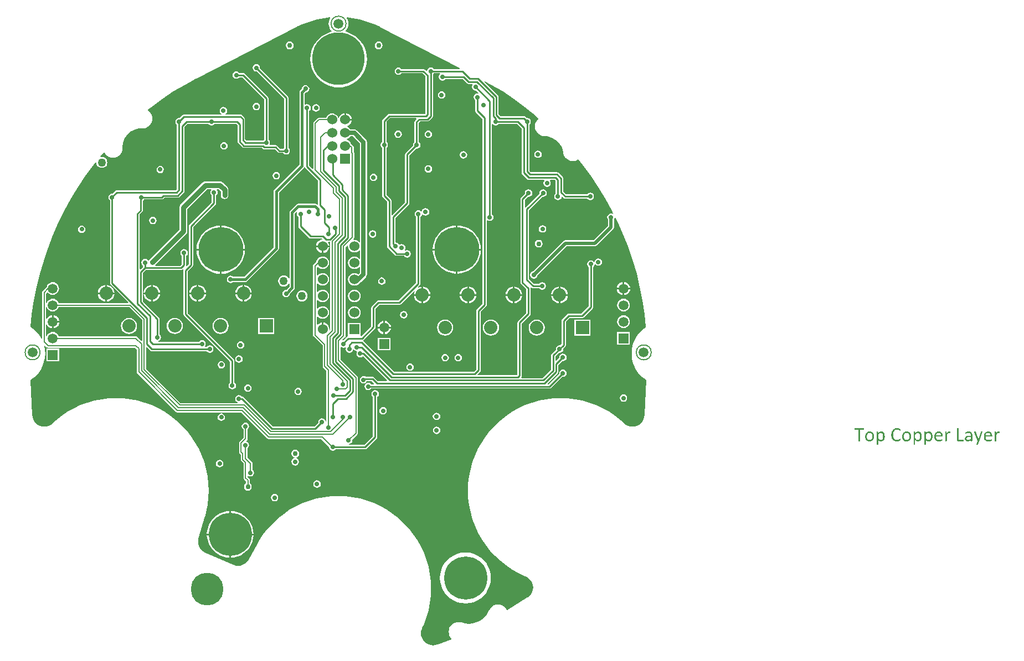
<source format=gtl>
%FSLAX23Y23*%
%MOIN*%
G70*
G01*
G75*
G04 Layer_Physical_Order=1*
G04 Layer_Color=65280*
%ADD10C,0.008*%
%ADD11C,0.010*%
%ADD12C,0.009*%
%ADD13C,0.020*%
%ADD14C,0.015*%
%ADD15C,0.030*%
%ADD16C,0.025*%
%ADD17C,0.080*%
%ADD18R,0.080X0.080*%
%ADD19C,0.260*%
%ADD20C,0.270*%
%ADD21R,0.060X0.060*%
%ADD22C,0.060*%
%ADD23C,0.059*%
%ADD24R,0.059X0.059*%
%ADD25C,0.260*%
%ADD26C,0.197*%
%ADD27C,0.315*%
%ADD28C,0.028*%
%ADD29C,0.050*%
%ADD30C,0.030*%
G36*
X3676Y-477D02*
X3676D01*
X3677Y-477D01*
X3677Y-477D01*
X3678Y-477D01*
X3678D01*
X3679Y-478D01*
X3679Y-478D01*
X3680Y-478D01*
X3680D01*
X3681Y-478D01*
X3681Y-478D01*
X3681Y-479D01*
X3681D01*
X3682Y-479D01*
X3682Y-479D01*
X3682Y-479D01*
Y-480D01*
Y-480D01*
X3682Y-480D01*
Y-480D01*
Y-481D01*
Y-481D01*
X3682Y-482D01*
Y-482D01*
Y-483D01*
Y-483D01*
Y-484D01*
Y-485D01*
X3682Y-485D01*
Y-485D01*
Y-486D01*
X3682Y-487D01*
Y-487D01*
X3682Y-487D01*
X3681Y-488D01*
X3681Y-488D01*
X3681Y-488D01*
X3680D01*
X3679Y-488D01*
X3679D01*
X3679Y-487D01*
X3679Y-487D01*
X3678Y-487D01*
X3678D01*
X3677Y-487D01*
X3677Y-487D01*
X3676Y-486D01*
X3676D01*
X3675Y-486D01*
X3674Y-486D01*
X3673D01*
X3673Y-486D01*
X3672Y-486D01*
X3671Y-487D01*
X3670Y-487D01*
X3670Y-487D01*
X3669Y-488D01*
X3668Y-489D01*
X3667Y-489D01*
X3667Y-490D01*
X3666Y-491D01*
X3664Y-493D01*
X3664Y-493D01*
X3664Y-493D01*
X3664Y-493D01*
X3663Y-494D01*
X3663Y-495D01*
X3662Y-496D01*
X3661Y-498D01*
Y-534D01*
Y-534D01*
Y-534D01*
X3660Y-534D01*
X3660Y-535D01*
X3660Y-535D01*
X3659D01*
X3659Y-535D01*
X3659D01*
X3658Y-535D01*
X3657D01*
X3657Y-535D01*
X3654D01*
X3653Y-535D01*
X3653D01*
X3653Y-535D01*
X3652Y-535D01*
X3652D01*
X3651Y-535D01*
X3651Y-534D01*
Y-534D01*
X3651Y-534D01*
Y-480D01*
Y-479D01*
Y-479D01*
X3651Y-479D01*
X3651Y-479D01*
X3651Y-478D01*
X3652Y-478D01*
X3652D01*
X3652Y-478D01*
X3652Y-478D01*
X3653Y-478D01*
X3653D01*
X3654Y-478D01*
X3657D01*
X3657Y-478D01*
X3657D01*
X3658Y-478D01*
X3658Y-478D01*
X3659Y-478D01*
X3659D01*
X3659Y-478D01*
X3659Y-479D01*
X3659Y-479D01*
X3660Y-479D01*
X3660Y-480D01*
Y-488D01*
X3660Y-487D01*
X3660Y-487D01*
X3660Y-486D01*
X3661Y-486D01*
X3662Y-484D01*
X3664Y-482D01*
X3664Y-482D01*
X3664Y-482D01*
X3665Y-481D01*
X3666Y-480D01*
X3667Y-479D01*
X3668D01*
X3668Y-479D01*
X3669Y-478D01*
X3670Y-478D01*
X3671Y-477D01*
X3671D01*
X3671Y-477D01*
X3672Y-477D01*
X3673Y-477D01*
X3674Y-477D01*
X3675D01*
X3676Y-477D01*
D02*
G37*
G36*
X3974D02*
X3974D01*
X3975Y-477D01*
X3975Y-477D01*
X3976Y-477D01*
X3976D01*
X3977Y-478D01*
X3977Y-478D01*
X3978Y-478D01*
X3978D01*
X3978Y-478D01*
X3979Y-478D01*
X3979Y-479D01*
X3979D01*
X3979Y-479D01*
X3980Y-479D01*
X3980Y-479D01*
Y-480D01*
Y-480D01*
X3980Y-480D01*
Y-480D01*
Y-481D01*
Y-481D01*
X3980Y-482D01*
Y-482D01*
Y-483D01*
Y-483D01*
Y-484D01*
Y-485D01*
X3980Y-485D01*
Y-485D01*
Y-486D01*
X3980Y-487D01*
Y-487D01*
X3980Y-487D01*
X3979Y-488D01*
X3979Y-488D01*
X3979Y-488D01*
X3978D01*
X3977Y-488D01*
X3977D01*
X3977Y-487D01*
X3976Y-487D01*
X3976Y-487D01*
X3976D01*
X3975Y-487D01*
X3975Y-487D01*
X3974Y-486D01*
X3974D01*
X3973Y-486D01*
X3972Y-486D01*
X3971D01*
X3971Y-486D01*
X3970Y-486D01*
X3969Y-487D01*
X3968Y-487D01*
X3968Y-487D01*
X3967Y-488D01*
X3966Y-489D01*
X3965Y-489D01*
X3965Y-490D01*
X3963Y-491D01*
X3962Y-493D01*
X3962Y-493D01*
X3962Y-493D01*
X3962Y-493D01*
X3961Y-494D01*
X3961Y-495D01*
X3960Y-496D01*
X3958Y-498D01*
Y-534D01*
Y-534D01*
Y-534D01*
X3958Y-534D01*
X3958Y-535D01*
X3957Y-535D01*
X3957D01*
X3957Y-535D01*
X3957D01*
X3956Y-535D01*
X3955D01*
X3954Y-535D01*
X3952D01*
X3951Y-535D01*
X3951D01*
X3951Y-535D01*
X3950Y-535D01*
X3949D01*
X3949Y-535D01*
X3949Y-534D01*
Y-534D01*
X3949Y-534D01*
Y-480D01*
Y-479D01*
Y-479D01*
X3949Y-479D01*
X3949Y-479D01*
X3949Y-478D01*
X3949Y-478D01*
X3950D01*
X3950Y-478D01*
X3950Y-478D01*
X3951Y-478D01*
X3951D01*
X3951Y-478D01*
X3954D01*
X3955Y-478D01*
X3955D01*
X3956Y-478D01*
X3956Y-478D01*
X3957Y-478D01*
X3957D01*
X3957Y-478D01*
X3957Y-479D01*
X3957Y-479D01*
X3957Y-479D01*
X3958Y-480D01*
Y-488D01*
X3958Y-487D01*
X3958Y-487D01*
X3958Y-486D01*
X3959Y-486D01*
X3960Y-484D01*
X3962Y-482D01*
X3962Y-482D01*
X3962Y-482D01*
X3963Y-481D01*
X3964Y-480D01*
X3965Y-479D01*
X3965D01*
X3966Y-479D01*
X3966Y-478D01*
X3968Y-478D01*
X3969Y-477D01*
X3969D01*
X3969Y-477D01*
X3970Y-477D01*
X3971Y-477D01*
X3972Y-477D01*
X3973D01*
X3974Y-477D01*
D02*
G37*
G36*
X469Y1407D02*
X461Y1398D01*
X458Y1394D01*
X457Y1389D01*
Y1268D01*
X454Y1266D01*
X449Y1259D01*
X448Y1250D01*
X448Y1247D01*
X404Y1202D01*
X401Y1198D01*
X400Y1193D01*
Y904D01*
X323Y828D01*
X318Y830D01*
Y914D01*
X317Y919D01*
X314Y923D01*
X288Y949D01*
Y1232D01*
X291Y1234D01*
X296Y1241D01*
X297Y1250D01*
X296Y1259D01*
X291Y1266D01*
X288Y1268D01*
Y1390D01*
X310Y1412D01*
X467D01*
X469Y1407D01*
D02*
G37*
G36*
X3873Y-478D02*
X3874Y-478D01*
X3874D01*
X3875Y-478D01*
X3875Y-478D01*
X3876Y-479D01*
X3876Y-479D01*
X3876Y-479D01*
X3876Y-479D01*
X3876Y-480D01*
Y-480D01*
Y-480D01*
X3876Y-481D01*
X3876Y-481D01*
X3856Y-535D01*
X3849Y-555D01*
X3849Y-555D01*
X3849Y-555D01*
X3848Y-556D01*
X3847Y-556D01*
X3847Y-556D01*
X3846Y-557D01*
X3846Y-557D01*
X3845D01*
X3844Y-557D01*
X3842D01*
X3841Y-557D01*
X3840Y-557D01*
X3840D01*
X3840Y-556D01*
X3839Y-556D01*
X3839D01*
X3839Y-556D01*
X3838Y-556D01*
X3838Y-555D01*
Y-555D01*
Y-555D01*
X3838Y-554D01*
X3839Y-554D01*
X3846Y-535D01*
X3846Y-535D01*
X3845Y-535D01*
X3845Y-534D01*
Y-534D01*
X3845Y-534D01*
X3844Y-533D01*
X3825Y-482D01*
X3825Y-481D01*
X3825Y-481D01*
X3825Y-480D01*
X3825Y-480D01*
Y-479D01*
Y-479D01*
X3825Y-479D01*
X3825Y-479D01*
X3825Y-478D01*
X3826Y-478D01*
X3826Y-478D01*
X3827Y-478D01*
X3827D01*
X3828Y-478D01*
X3828Y-478D01*
X3832D01*
X3832Y-478D01*
X3833D01*
X3833Y-478D01*
X3834Y-478D01*
X3834Y-478D01*
X3834D01*
X3834Y-478D01*
X3835Y-479D01*
X3835Y-479D01*
Y-479D01*
X3835Y-479D01*
X3836Y-480D01*
X3851Y-523D01*
X3851D01*
X3866Y-480D01*
Y-480D01*
X3866Y-479D01*
X3866Y-479D01*
X3867Y-478D01*
X3867D01*
X3867Y-478D01*
X3868Y-478D01*
X3868Y-478D01*
X3869D01*
X3869Y-478D01*
X3870Y-478D01*
X3872D01*
X3873Y-478D01*
D02*
G37*
G36*
X917Y1614D02*
X988Y1572D01*
X1056Y1526D01*
X1122Y1478D01*
X1186Y1426D01*
X1203Y1411D01*
X1203Y1406D01*
X1199Y1403D01*
X1192Y1394D01*
X1186Y1384D01*
X1183Y1373D01*
X1182Y1362D01*
X1183Y1350D01*
X1186Y1339D01*
X1192Y1329D01*
X1199Y1320D01*
X1208Y1313D01*
X1218Y1308D01*
X1229Y1305D01*
X1238Y1304D01*
X1238Y1303D01*
X1254Y1302D01*
X1272Y1298D01*
X1289Y1291D01*
X1305Y1281D01*
X1319Y1269D01*
X1331Y1255D01*
X1341Y1239D01*
X1348Y1222D01*
X1352Y1204D01*
X1352Y1202D01*
X1352D01*
X1353Y1202D01*
X1353Y1199D01*
X1356Y1188D01*
X1362Y1178D01*
X1369Y1169D01*
X1378Y1162D01*
X1388Y1156D01*
X1399Y1153D01*
X1410Y1152D01*
X1421Y1153D01*
X1432Y1156D01*
X1442Y1162D01*
X1444Y1161D01*
X1469Y1130D01*
X1518Y1064D01*
X1563Y996D01*
X1606Y926D01*
X1645Y854D01*
X1653Y838D01*
X1649Y835D01*
X1648Y836D01*
X1640Y837D01*
X1631Y836D01*
X1624Y831D01*
X1619Y824D01*
X1617Y815D01*
X1619Y806D01*
X1621Y803D01*
Y763D01*
X1536Y677D01*
X1366D01*
X1359Y675D01*
X1357Y674D01*
X1353Y671D01*
X1171Y489D01*
X1166Y488D01*
X1159Y483D01*
X1154Y476D01*
X1153Y467D01*
X1154Y458D01*
X1159Y451D01*
X1166Y446D01*
X1175Y445D01*
X1184Y446D01*
X1191Y451D01*
X1196Y458D01*
X1197Y463D01*
X1374Y640D01*
X1543D01*
X1549Y641D01*
X1550Y642D01*
X1556Y645D01*
X1653Y742D01*
X1657Y748D01*
X1658Y755D01*
Y803D01*
X1660Y806D01*
X1661Y811D01*
X1666Y812D01*
X1682Y780D01*
X1715Y705D01*
X1744Y629D01*
X1771Y551D01*
X1794Y472D01*
X1813Y393D01*
X1829Y312D01*
X1842Y231D01*
X1850Y152D01*
X1838Y144D01*
X1819Y128D01*
X1803Y109D01*
X1789Y88D01*
X1778Y66D01*
X1770Y42D01*
X1765Y18D01*
X1764Y-7D01*
X1765Y-32D01*
X1770Y-56D01*
X1778Y-80D01*
X1789Y-102D01*
X1803Y-123D01*
X1819Y-142D01*
X1838Y-158D01*
X1851Y-167D01*
X1841Y-378D01*
X1841Y-378D01*
X1841Y-378D01*
X1840Y-389D01*
X1836Y-403D01*
X1829Y-415D01*
X1820Y-426D01*
X1809Y-435D01*
X1796Y-442D01*
X1783Y-446D01*
X1769Y-447D01*
X1755Y-446D01*
X1741Y-442D01*
X1729Y-435D01*
X1719Y-427D01*
X1719Y-428D01*
X1718Y-427D01*
X1699Y-409D01*
X1664Y-382D01*
X1628Y-357D01*
X1590Y-336D01*
X1550Y-318D01*
X1509Y-302D01*
X1467Y-291D01*
X1424Y-282D01*
X1380Y-277D01*
X1336Y-275D01*
X1293Y-277D01*
X1249Y-282D01*
X1206Y-291D01*
X1164Y-302D01*
X1123Y-318D01*
X1083Y-336D01*
X1045Y-357D01*
X1008Y-382D01*
X974Y-409D01*
X942Y-439D01*
X912Y-471D01*
X885Y-505D01*
X861Y-542D01*
X839Y-580D01*
X821Y-620D01*
X806Y-661D01*
X794Y-703D01*
X785Y-746D01*
X780Y-789D01*
X778Y-833D01*
X780Y-877D01*
X785Y-920D01*
X794Y-963D01*
X806Y-1005D01*
X821Y-1047D01*
X839Y-1086D01*
X861Y-1125D01*
X885Y-1161D01*
X912Y-1195D01*
X942Y-1228D01*
X974Y-1257D01*
X1008Y-1284D01*
X1045Y-1309D01*
X1083Y-1330D01*
X1123Y-1349D01*
X1126Y-1350D01*
X1126Y-1349D01*
X1126Y-1350D01*
X1139Y-1356D01*
X1150Y-1365D01*
X1158Y-1376D01*
X1165Y-1389D01*
X1169Y-1402D01*
X1171Y-1416D01*
X1169Y-1430D01*
X1165Y-1444D01*
X1158Y-1456D01*
X1150Y-1467D01*
X1139Y-1476D01*
X1137Y-1477D01*
X1137Y-1477D01*
X1137Y-1477D01*
X1017Y-1554D01*
X1012Y-1553D01*
X1008Y-1545D01*
X1001Y-1536D01*
X992Y-1529D01*
X982Y-1524D01*
X971Y-1520D01*
X959Y-1519D01*
X948Y-1520D01*
X937Y-1524D01*
X927Y-1529D01*
X918Y-1536D01*
X911Y-1545D01*
X906Y-1554D01*
X906Y-1554D01*
X903Y-1560D01*
X892Y-1579D01*
X878Y-1595D01*
X862Y-1609D01*
X844Y-1620D01*
X824Y-1628D01*
X804Y-1633D01*
X782Y-1635D01*
X761Y-1633D01*
X740Y-1628D01*
X740Y-1628D01*
X739Y-1628D01*
X733Y-1626D01*
X721Y-1625D01*
X710Y-1626D01*
X699Y-1629D01*
X689Y-1634D01*
X680Y-1642D01*
X673Y-1650D01*
X667Y-1660D01*
X664Y-1671D01*
X663Y-1683D01*
X664Y-1694D01*
X667Y-1705D01*
X673Y-1715D01*
X680Y-1724D01*
X680Y-1724D01*
X679Y-1729D01*
X670Y-1733D01*
X609Y-1755D01*
X591Y-1761D01*
D01*
X591Y-1761D01*
X582Y-1764D01*
X568Y-1765D01*
X554Y-1764D01*
X541Y-1760D01*
X528Y-1753D01*
X517Y-1744D01*
X508Y-1733D01*
X501Y-1720D01*
X497Y-1707D01*
X496Y-1693D01*
X497Y-1679D01*
X501Y-1665D01*
X503Y-1662D01*
X503Y-1662D01*
X503Y-1662D01*
X503Y-1661D01*
X503Y-1660D01*
X514Y-1637D01*
X529Y-1596D01*
X541Y-1554D01*
X550Y-1511D01*
X555Y-1468D01*
X557Y-1424D01*
X555Y-1380D01*
X550Y-1336D01*
X541Y-1294D01*
X529Y-1251D01*
X514Y-1210D01*
X496Y-1170D01*
X474Y-1132D01*
X450Y-1096D01*
X423Y-1061D01*
X393Y-1029D01*
X361Y-1000D01*
X327Y-972D01*
X290Y-948D01*
X252Y-927D01*
X212Y-908D01*
X171Y-893D01*
X129Y-881D01*
X86Y-873D01*
X42Y-868D01*
X-1Y-866D01*
X-45Y-868D01*
X-89Y-873D01*
X-132Y-881D01*
X-174Y-893D01*
X-215Y-908D01*
X-255Y-927D01*
X-293Y-948D01*
X-329Y-972D01*
X-364Y-1000D01*
X-396Y-1029D01*
X-426Y-1061D01*
X-453Y-1096D01*
X-477Y-1132D01*
X-488Y-1152D01*
X-489Y-1154D01*
X-541Y-1249D01*
X-542Y-1251D01*
X-542Y-1251D01*
X-544Y-1254D01*
X-553Y-1265D01*
X-564Y-1274D01*
X-577Y-1281D01*
X-590Y-1285D01*
X-604Y-1287D01*
X-618Y-1285D01*
X-632Y-1281D01*
X-633Y-1280D01*
X-633Y-1280D01*
X-633Y-1280D01*
X-805Y-1205D01*
X-805Y-1205D01*
X-805Y-1205D01*
X-805Y-1205D01*
X-813Y-1200D01*
X-824Y-1191D01*
X-833Y-1180D01*
X-840Y-1168D01*
X-844Y-1154D01*
X-845Y-1140D01*
X-844Y-1126D01*
X-843Y-1123D01*
X-843Y-1123D01*
X-843Y-1123D01*
X-803Y-986D01*
X-802Y-984D01*
X-797Y-963D01*
X-788Y-920D01*
X-783Y-877D01*
X-781Y-833D01*
X-783Y-789D01*
X-788Y-746D01*
X-797Y-703D01*
X-808Y-661D01*
X-824Y-620D01*
X-842Y-580D01*
X-863Y-542D01*
X-888Y-505D01*
X-915Y-471D01*
X-945Y-439D01*
X-977Y-409D01*
X-1011Y-382D01*
X-1048Y-357D01*
X-1086Y-336D01*
X-1126Y-318D01*
X-1167Y-302D01*
X-1209Y-291D01*
X-1252Y-282D01*
X-1295Y-277D01*
X-1339Y-275D01*
X-1383Y-277D01*
X-1426Y-282D01*
X-1469Y-291D01*
X-1511Y-302D01*
X-1553Y-318D01*
X-1592Y-336D01*
X-1631Y-357D01*
X-1667Y-382D01*
X-1701Y-409D01*
X-1721Y-427D01*
X-1722Y-428D01*
X-1722Y-427D01*
X-1731Y-435D01*
X-1744Y-442D01*
X-1757Y-446D01*
X-1771Y-447D01*
X-1786Y-446D01*
X-1799Y-442D01*
X-1812Y-435D01*
X-1823Y-426D01*
X-1832Y-415D01*
X-1838Y-403D01*
X-1842Y-389D01*
X-1843Y-378D01*
X-1843Y-378D01*
X-1843Y-378D01*
X-1854Y-167D01*
X-1841Y-158D01*
X-1822Y-142D01*
X-1806Y-123D01*
X-1792Y-102D01*
X-1781Y-80D01*
X-1773Y-56D01*
X-1768Y-32D01*
X-1766Y-7D01*
X-1768Y18D01*
X-1772Y39D01*
X-1768Y41D01*
X-1758Y31D01*
X-1754Y29D01*
X-1749Y28D01*
X-1225D01*
X-1214Y17D01*
Y-118D01*
X-1213Y-122D01*
X-1211Y-126D01*
X-978Y-359D01*
X-974Y-361D01*
X-970Y-362D01*
X-585D01*
X-429Y-519D01*
X-425Y-521D01*
X-420Y-522D01*
X-104D01*
X-57Y-569D01*
X-57Y-570D01*
X-56Y-579D01*
X-51Y-586D01*
X-43Y-591D01*
X-35Y-592D01*
X-26Y-591D01*
X-19Y-586D01*
X-17Y-583D01*
X160D01*
X165Y-582D01*
X169Y-579D01*
X229Y-519D01*
X232Y-515D01*
X233Y-510D01*
Y-268D01*
X236Y-266D01*
X241Y-259D01*
X242Y-250D01*
X241Y-241D01*
X236Y-234D01*
X229Y-229D01*
X220Y-228D01*
X211Y-229D01*
X204Y-234D01*
X199Y-241D01*
X198Y-250D01*
X199Y-259D01*
X204Y-266D01*
X207Y-268D01*
Y-505D01*
X155Y-557D01*
X64D01*
X63Y-552D01*
X69Y-551D01*
X76Y-546D01*
X81Y-539D01*
X82Y-530D01*
X82Y-526D01*
X113Y-495D01*
X115Y-491D01*
X116Y-486D01*
Y-152D01*
X115Y-148D01*
X113Y-144D01*
X12Y-43D01*
Y30D01*
X17Y32D01*
X21Y29D01*
X30Y28D01*
X39Y29D01*
X40Y30D01*
X44Y28D01*
X43Y20D01*
X44Y11D01*
X49Y4D01*
X57Y-1D01*
X65Y-2D01*
X74Y-1D01*
X81Y4D01*
X86Y11D01*
X87Y17D01*
X92Y18D01*
X94Y14D01*
X101Y9D01*
X109Y8D01*
X111Y4D01*
X111Y3D01*
X109Y0D01*
X108Y-8D01*
X109Y-17D01*
X114Y-24D01*
X121Y-29D01*
X130Y-31D01*
X139Y-29D01*
X146Y-24D01*
X147Y-24D01*
X291Y-168D01*
X289Y-173D01*
X236D01*
X215Y-152D01*
X211Y-149D01*
X206Y-148D01*
X164D01*
X159Y-144D01*
X150Y-143D01*
X141Y-144D01*
X134Y-149D01*
X129Y-156D01*
X128Y-165D01*
X129Y-174D01*
X134Y-181D01*
X141Y-186D01*
X150Y-187D01*
X159Y-186D01*
X166Y-181D01*
X170Y-174D01*
X200D01*
X213Y-187D01*
X211Y-192D01*
X196D01*
X194Y-189D01*
X187Y-184D01*
X179Y-183D01*
X170Y-184D01*
X163Y-189D01*
X158Y-196D01*
X156Y-205D01*
X158Y-214D01*
X163Y-221D01*
X170Y-226D01*
X179Y-227D01*
X187Y-226D01*
X194Y-221D01*
X196Y-218D01*
X1270D01*
X1275Y-217D01*
X1279Y-214D01*
X1347Y-147D01*
X1350Y-147D01*
X1359Y-146D01*
X1366Y-141D01*
X1371Y-134D01*
X1372Y-125D01*
X1371Y-116D01*
X1366Y-109D01*
X1359Y-104D01*
X1350Y-103D01*
X1341Y-104D01*
X1334Y-109D01*
X1329Y-116D01*
X1328Y-125D01*
X1328Y-128D01*
X1265Y-192D01*
X1260D01*
X1258Y-187D01*
X1319Y-125D01*
X1322Y-121D01*
X1323Y-116D01*
Y-75D01*
X1347Y-52D01*
X1350Y-52D01*
X1359Y-51D01*
X1366Y-46D01*
X1371Y-39D01*
X1372Y-30D01*
X1371Y-21D01*
X1366Y-14D01*
X1359Y-9D01*
X1350Y-8D01*
X1341Y-9D01*
X1334Y-14D01*
X1329Y-21D01*
X1328Y-30D01*
X1328Y-33D01*
X1310Y-51D01*
X1305Y-49D01*
Y-24D01*
X1327Y-2D01*
X1330Y-2D01*
X1339Y-1D01*
X1346Y4D01*
X1351Y11D01*
X1352Y20D01*
X1352Y23D01*
X1364Y35D01*
X1367Y40D01*
X1368Y45D01*
Y185D01*
X1390Y207D01*
X1465D01*
X1470Y208D01*
X1474Y211D01*
X1528Y265D01*
X1531Y269D01*
X1532Y274D01*
Y514D01*
X1535Y516D01*
X1540Y523D01*
X1541Y530D01*
X1546Y531D01*
X1548Y529D01*
X1555Y524D01*
X1563Y522D01*
X1572Y524D01*
X1579Y529D01*
X1584Y536D01*
X1586Y545D01*
X1584Y553D01*
X1579Y560D01*
X1572Y565D01*
X1563Y567D01*
X1555Y565D01*
X1548Y560D01*
X1543Y553D01*
X1541Y546D01*
X1536Y545D01*
X1535Y548D01*
X1528Y553D01*
X1519Y554D01*
X1510Y553D01*
X1503Y548D01*
X1498Y541D01*
X1497Y532D01*
X1498Y523D01*
X1503Y516D01*
X1506Y514D01*
Y279D01*
X1460Y233D01*
X1385D01*
X1380Y232D01*
X1376Y229D01*
X1346Y199D01*
X1343Y195D01*
X1342Y190D01*
Y50D01*
X1333Y42D01*
X1330Y42D01*
X1321Y41D01*
X1314Y36D01*
X1309Y29D01*
X1308Y20D01*
X1308Y17D01*
X1283Y-9D01*
X1280Y-13D01*
X1279Y-18D01*
Y-103D01*
X1227Y-155D01*
X1101D01*
X1099Y-150D01*
X1099Y-149D01*
X1102Y-145D01*
X1103Y-140D01*
Y175D01*
X1152Y224D01*
X1155Y228D01*
X1156Y233D01*
Y386D01*
X1155Y390D01*
X1160Y392D01*
X1161Y391D01*
X1166Y388D01*
X1171Y387D01*
X1208D01*
X1209Y384D01*
X1217Y379D01*
X1225Y378D01*
X1234Y379D01*
X1241Y384D01*
X1246Y391D01*
X1248Y400D01*
X1246Y409D01*
X1241Y416D01*
X1234Y421D01*
X1225Y422D01*
X1217Y421D01*
X1209Y416D01*
X1208Y413D01*
X1176D01*
X1147Y443D01*
Y857D01*
X1228Y938D01*
X1231Y938D01*
X1240Y939D01*
X1247Y944D01*
X1252Y951D01*
X1253Y960D01*
X1252Y969D01*
X1247Y976D01*
X1240Y981D01*
X1231Y982D01*
X1222Y981D01*
X1215Y976D01*
X1210Y969D01*
X1209Y960D01*
X1209Y957D01*
X1125Y873D01*
X1121Y875D01*
Y919D01*
X1140Y938D01*
X1143Y938D01*
X1152Y939D01*
X1159Y944D01*
X1164Y951D01*
X1165Y960D01*
X1164Y969D01*
X1159Y976D01*
X1152Y981D01*
X1143Y982D01*
X1134Y981D01*
X1127Y976D01*
X1122Y969D01*
X1121Y960D01*
X1121Y957D01*
X1098Y934D01*
X1095Y929D01*
X1094Y924D01*
Y421D01*
X1095Y416D01*
X1098Y412D01*
X1130Y380D01*
Y238D01*
X1081Y189D01*
X1078Y185D01*
X1077Y180D01*
Y-135D01*
X1075Y-137D01*
X839D01*
X837Y-132D01*
X852Y-117D01*
X855Y-113D01*
X856Y-108D01*
Y245D01*
X889Y279D01*
X892Y283D01*
X893Y288D01*
Y794D01*
X898Y797D01*
X901Y794D01*
X910Y793D01*
X919Y794D01*
X926Y799D01*
X931Y806D01*
X932Y815D01*
X931Y824D01*
X926Y831D01*
X923Y833D01*
Y1374D01*
X928Y1376D01*
X929Y1374D01*
X936Y1369D01*
X945Y1368D01*
X954Y1369D01*
X961Y1374D01*
X963Y1377D01*
X1075D01*
X1102Y1350D01*
Y1082D01*
X1103Y1077D01*
X1106Y1072D01*
X1134Y1044D01*
X1139Y1041D01*
X1144Y1040D01*
X1236D01*
X1239Y1035D01*
X1234Y1029D01*
X1233Y1020D01*
X1234Y1011D01*
X1239Y1004D01*
X1246Y999D01*
X1255Y998D01*
X1264Y999D01*
X1271Y1004D01*
X1276Y1011D01*
X1277Y1020D01*
X1276Y1029D01*
X1271Y1035D01*
X1274Y1040D01*
X1301D01*
X1307Y1034D01*
Y958D01*
X1304Y956D01*
X1299Y949D01*
X1298Y940D01*
X1299Y931D01*
X1304Y924D01*
X1311Y919D01*
X1320Y918D01*
X1329Y919D01*
X1336Y924D01*
X1341Y931D01*
X1342Y938D01*
X1347Y939D01*
X1356Y931D01*
X1360Y928D01*
X1365Y927D01*
X1497D01*
X1499Y924D01*
X1506Y919D01*
X1515Y918D01*
X1524Y919D01*
X1531Y924D01*
X1536Y931D01*
X1537Y940D01*
X1536Y949D01*
X1531Y956D01*
X1524Y961D01*
X1515Y962D01*
X1506Y961D01*
X1499Y956D01*
X1497Y953D01*
X1370D01*
X1353Y970D01*
Y1047D01*
X1352Y1052D01*
X1349Y1057D01*
X1324Y1082D01*
X1319Y1085D01*
X1314Y1086D01*
X1157D01*
X1148Y1095D01*
Y1372D01*
X1151Y1374D01*
X1156Y1381D01*
X1157Y1390D01*
X1156Y1399D01*
X1151Y1406D01*
X1144Y1411D01*
X1135Y1412D01*
X1132Y1412D01*
X1124Y1419D01*
X1120Y1422D01*
X1115Y1423D01*
X975D01*
X963Y1435D01*
Y1539D01*
X962Y1544D01*
X959Y1549D01*
X877Y1631D01*
X880Y1635D01*
X917Y1614D01*
D02*
G37*
G36*
X3268Y-477D02*
X3269Y-477D01*
X3271Y-477D01*
X3273Y-478D01*
X3274Y-478D01*
X3276Y-479D01*
X3276Y-479D01*
X3277Y-480D01*
X3277Y-480D01*
X3278Y-481D01*
X3279Y-482D01*
X3280Y-483D01*
X3282Y-484D01*
X3283Y-485D01*
X3283Y-486D01*
X3283Y-486D01*
X3283Y-487D01*
X3284Y-488D01*
X3285Y-489D01*
X3285Y-491D01*
X3286Y-493D01*
X3286Y-495D01*
Y-495D01*
X3287Y-496D01*
X3287Y-497D01*
X3287Y-498D01*
X3287Y-500D01*
X3288Y-502D01*
X3288Y-503D01*
Y-506D01*
Y-506D01*
Y-506D01*
Y-506D01*
Y-507D01*
X3288Y-508D01*
Y-510D01*
X3287Y-512D01*
X3287Y-514D01*
X3287Y-516D01*
X3286Y-518D01*
Y-519D01*
X3286Y-519D01*
X3285Y-520D01*
X3285Y-522D01*
X3284Y-523D01*
X3283Y-525D01*
X3283Y-527D01*
X3282Y-528D01*
X3281Y-528D01*
X3281Y-529D01*
X3280Y-529D01*
X3280Y-530D01*
X3279Y-531D01*
X3277Y-532D01*
X3276Y-533D01*
X3274Y-534D01*
X3274Y-534D01*
X3273Y-534D01*
X3273Y-535D01*
X3271Y-535D01*
X3270Y-535D01*
X3268Y-536D01*
X3266Y-536D01*
X3264Y-536D01*
X3263D01*
X3263Y-536D01*
X3261Y-536D01*
X3260Y-536D01*
X3259D01*
X3259Y-535D01*
X3258Y-535D01*
X3257Y-535D01*
X3256Y-534D01*
X3256D01*
X3255Y-534D01*
X3254Y-533D01*
X3253Y-533D01*
X3252Y-532D01*
X3252Y-532D01*
X3252Y-531D01*
X3251Y-531D01*
X3251Y-531D01*
X3249Y-529D01*
X3248Y-528D01*
Y-555D01*
Y-555D01*
X3248Y-556D01*
X3247Y-556D01*
X3247Y-556D01*
X3247D01*
X3246Y-556D01*
X3246Y-557D01*
X3245Y-557D01*
X3245D01*
X3244Y-557D01*
X3241D01*
X3240Y-557D01*
X3240D01*
X3240Y-557D01*
X3239Y-556D01*
X3239D01*
X3239Y-556D01*
X3238Y-556D01*
Y-555D01*
X3238Y-555D01*
Y-480D01*
Y-479D01*
Y-479D01*
X3238Y-479D01*
Y-479D01*
X3238Y-479D01*
X3239Y-478D01*
X3239Y-478D01*
X3239D01*
X3239Y-478D01*
X3240Y-478D01*
X3240Y-478D01*
X3240D01*
X3241Y-478D01*
X3244D01*
X3244Y-478D01*
X3244D01*
X3245Y-478D01*
X3246Y-478D01*
X3246D01*
X3246Y-478D01*
X3246Y-479D01*
X3246Y-479D01*
X3246Y-479D01*
X3247Y-480D01*
Y-487D01*
X3247Y-487D01*
X3247Y-486D01*
X3248Y-486D01*
X3248Y-485D01*
X3250Y-484D01*
X3251Y-483D01*
X3251Y-482D01*
X3252Y-482D01*
X3252Y-482D01*
X3253Y-481D01*
X3254Y-480D01*
X3256Y-479D01*
X3256D01*
X3256Y-479D01*
X3257Y-479D01*
X3257Y-479D01*
X3259Y-478D01*
X3261Y-478D01*
X3261D01*
X3261Y-477D01*
X3262Y-477D01*
X3262Y-477D01*
X3264Y-477D01*
X3266Y-477D01*
X3267D01*
X3268Y-477D01*
D02*
G37*
G36*
X3363Y-457D02*
X3364D01*
X3365Y-457D01*
X3368Y-457D01*
X3368D01*
X3368Y-457D01*
X3369Y-457D01*
X3370Y-458D01*
X3371Y-458D01*
X3373Y-459D01*
X3374D01*
X3374Y-459D01*
X3374Y-459D01*
X3375Y-459D01*
X3377Y-460D01*
X3378Y-461D01*
X3378D01*
X3379Y-461D01*
X3379Y-462D01*
X3380Y-462D01*
X3381Y-463D01*
X3381Y-463D01*
X3382Y-464D01*
X3382Y-464D01*
X3382Y-464D01*
X3382Y-465D01*
X3383Y-465D01*
Y-465D01*
X3383Y-466D01*
Y-466D01*
X3383Y-467D01*
Y-467D01*
X3383Y-467D01*
Y-468D01*
Y-469D01*
Y-469D01*
Y-469D01*
Y-470D01*
X3383Y-470D01*
Y-471D01*
X3383Y-471D01*
X3382Y-472D01*
Y-472D01*
X3382Y-472D01*
X3382Y-473D01*
X3382D01*
X3381Y-473D01*
X3381D01*
X3381Y-473D01*
X3380Y-473D01*
X3379Y-472D01*
X3378Y-472D01*
X3378Y-471D01*
X3376Y-470D01*
X3375Y-469D01*
X3375Y-469D01*
X3374Y-469D01*
X3374Y-469D01*
X3373Y-468D01*
X3372Y-468D01*
X3371Y-468D01*
X3369Y-467D01*
X3369D01*
X3368Y-467D01*
X3368Y-466D01*
X3367Y-466D01*
X3366Y-466D01*
X3364Y-466D01*
X3363Y-465D01*
X3360D01*
X3359Y-466D01*
X3358Y-466D01*
X3356Y-466D01*
X3355Y-466D01*
X3353Y-467D01*
X3351Y-468D01*
X3351Y-468D01*
X3351Y-468D01*
X3350Y-468D01*
X3349Y-469D01*
X3348Y-470D01*
X3347Y-471D01*
X3345Y-472D01*
X3344Y-474D01*
X3344Y-474D01*
X3344Y-474D01*
X3343Y-475D01*
X3342Y-476D01*
X3342Y-478D01*
X3341Y-479D01*
X3340Y-481D01*
X3339Y-484D01*
Y-484D01*
X3339Y-484D01*
X3339Y-486D01*
X3339Y-487D01*
X3338Y-489D01*
X3338Y-491D01*
X3338Y-494D01*
X3338Y-497D01*
Y-497D01*
Y-497D01*
Y-497D01*
Y-498D01*
X3338Y-499D01*
Y-501D01*
X3338Y-503D01*
X3339Y-505D01*
X3339Y-508D01*
X3339Y-510D01*
X3340Y-510D01*
X3340Y-511D01*
X3340Y-512D01*
X3341Y-513D01*
X3341Y-515D01*
X3342Y-516D01*
X3343Y-518D01*
X3344Y-519D01*
X3344Y-519D01*
X3345Y-520D01*
X3345Y-520D01*
X3346Y-521D01*
X3347Y-522D01*
X3348Y-523D01*
X3350Y-524D01*
X3351Y-525D01*
X3352Y-525D01*
X3352Y-525D01*
X3353Y-525D01*
X3354Y-526D01*
X3356Y-526D01*
X3357Y-527D01*
X3359Y-527D01*
X3361Y-527D01*
X3363D01*
X3364Y-527D01*
X3365Y-527D01*
X3366Y-526D01*
X3369Y-526D01*
X3369D01*
X3370Y-526D01*
X3371Y-525D01*
X3371Y-525D01*
X3373Y-524D01*
X3375Y-523D01*
X3375D01*
X3376Y-523D01*
X3376Y-523D01*
X3376Y-522D01*
X3378Y-522D01*
X3379Y-521D01*
X3379D01*
X3379Y-521D01*
X3380Y-520D01*
X3381Y-520D01*
X3382Y-519D01*
X3382D01*
X3382Y-520D01*
X3382D01*
X3383Y-520D01*
X3383Y-520D01*
X3383Y-520D01*
Y-521D01*
X3383Y-521D01*
Y-521D01*
X3383Y-522D01*
Y-522D01*
X3383Y-522D01*
Y-523D01*
Y-524D01*
Y-524D01*
Y-525D01*
Y-525D01*
X3383Y-526D01*
Y-526D01*
Y-526D01*
X3383Y-527D01*
X3383Y-527D01*
X3382Y-528D01*
Y-528D01*
X3382Y-528D01*
X3382Y-529D01*
X3382Y-529D01*
X3381Y-529D01*
X3381Y-529D01*
X3380Y-530D01*
X3379Y-531D01*
X3379D01*
X3379Y-531D01*
X3378Y-531D01*
X3378Y-532D01*
X3376Y-532D01*
X3374Y-533D01*
X3374D01*
X3374Y-533D01*
X3373Y-534D01*
X3373Y-534D01*
X3372Y-534D01*
X3371Y-535D01*
X3368Y-535D01*
X3368D01*
X3367Y-535D01*
X3366Y-535D01*
X3366Y-536D01*
X3364Y-536D01*
X3363Y-536D01*
X3360Y-536D01*
X3359D01*
X3357Y-536D01*
X3355Y-536D01*
X3353Y-535D01*
X3351Y-535D01*
X3348Y-534D01*
X3346Y-533D01*
X3346Y-533D01*
X3345Y-533D01*
X3344Y-532D01*
X3343Y-532D01*
X3341Y-531D01*
X3339Y-529D01*
X3337Y-528D01*
X3336Y-526D01*
X3336Y-526D01*
X3335Y-525D01*
X3334Y-524D01*
X3333Y-523D01*
X3332Y-521D01*
X3331Y-519D01*
X3330Y-517D01*
X3329Y-514D01*
Y-514D01*
X3329Y-514D01*
Y-513D01*
X3329Y-513D01*
X3329Y-512D01*
X3328Y-511D01*
X3328Y-509D01*
X3328Y-507D01*
X3327Y-504D01*
X3327Y-501D01*
X3327Y-497D01*
Y-497D01*
Y-497D01*
Y-496D01*
Y-496D01*
X3327Y-495D01*
Y-494D01*
X3327Y-492D01*
X3327Y-489D01*
X3328Y-486D01*
X3328Y-483D01*
X3329Y-480D01*
Y-480D01*
X3329Y-480D01*
X3330Y-479D01*
X3330Y-479D01*
X3330Y-478D01*
X3331Y-476D01*
X3332Y-474D01*
X3333Y-472D01*
X3335Y-469D01*
X3336Y-467D01*
X3337Y-467D01*
X3337Y-466D01*
X3338Y-465D01*
X3339Y-464D01*
X3341Y-463D01*
X3343Y-462D01*
X3345Y-460D01*
X3347Y-459D01*
X3347D01*
X3347Y-459D01*
X3348Y-459D01*
X3349Y-458D01*
X3351Y-458D01*
X3353Y-457D01*
X3356Y-457D01*
X3358Y-457D01*
X3361Y-456D01*
X3362D01*
X3363Y-457D01*
D02*
G37*
G36*
X-766Y980D02*
X-771Y974D01*
X-772Y965D01*
X-771Y956D01*
X-766Y949D01*
X-763Y947D01*
Y905D01*
X-898Y770D01*
X-901Y766D01*
X-902Y761D01*
Y532D01*
X-914Y520D01*
X-918Y523D01*
X-917Y526D01*
Y582D01*
X-914Y584D01*
X-909Y591D01*
X-908Y600D01*
X-909Y609D01*
X-914Y616D01*
X-921Y621D01*
X-930Y622D01*
X-939Y621D01*
X-946Y616D01*
X-951Y609D01*
X-952Y600D01*
X-951Y591D01*
X-946Y584D01*
X-943Y582D01*
Y531D01*
X-953Y521D01*
X-1102D01*
X-1104Y526D01*
X-917Y712D01*
X-912Y720D01*
X-911Y729D01*
Y865D01*
X-791Y984D01*
X-769D01*
X-766Y980D01*
D02*
G37*
G36*
X3555Y-477D02*
X3556Y-477D01*
X3558Y-477D01*
X3560Y-478D01*
X3561Y-478D01*
X3563Y-479D01*
X3563Y-479D01*
X3564Y-480D01*
X3564Y-480D01*
X3565Y-481D01*
X3567Y-482D01*
X3568Y-483D01*
X3569Y-484D01*
X3570Y-485D01*
X3570Y-486D01*
X3570Y-486D01*
X3571Y-487D01*
X3571Y-488D01*
X3572Y-489D01*
X3572Y-491D01*
X3573Y-493D01*
X3574Y-495D01*
Y-495D01*
X3574Y-496D01*
X3574Y-497D01*
X3574Y-498D01*
X3574Y-500D01*
X3575Y-502D01*
X3575Y-503D01*
Y-506D01*
Y-506D01*
Y-506D01*
Y-506D01*
Y-507D01*
X3575Y-508D01*
Y-510D01*
X3574Y-512D01*
X3574Y-514D01*
X3574Y-516D01*
X3573Y-518D01*
Y-519D01*
X3573Y-519D01*
X3572Y-520D01*
X3572Y-522D01*
X3571Y-523D01*
X3571Y-525D01*
X3570Y-527D01*
X3569Y-528D01*
X3569Y-528D01*
X3568Y-529D01*
X3568Y-529D01*
X3567Y-530D01*
X3566Y-531D01*
X3564Y-532D01*
X3563Y-533D01*
X3561Y-534D01*
X3561Y-534D01*
X3561Y-534D01*
X3560Y-535D01*
X3558Y-535D01*
X3557Y-535D01*
X3555Y-536D01*
X3553Y-536D01*
X3551Y-536D01*
X3551D01*
X3550Y-536D01*
X3548Y-536D01*
X3547Y-536D01*
X3547D01*
X3547Y-535D01*
X3546Y-535D01*
X3544Y-535D01*
X3543Y-534D01*
X3543D01*
X3543Y-534D01*
X3542Y-533D01*
X3540Y-533D01*
X3539Y-532D01*
X3539Y-532D01*
X3539Y-531D01*
X3538Y-531D01*
X3538Y-531D01*
X3537Y-529D01*
X3535Y-528D01*
Y-555D01*
Y-555D01*
X3535Y-556D01*
X3535Y-556D01*
X3534Y-556D01*
X3534D01*
X3533Y-556D01*
X3533Y-557D01*
X3532Y-557D01*
X3532D01*
X3531Y-557D01*
X3528D01*
X3528Y-557D01*
X3527D01*
X3527Y-557D01*
X3526Y-556D01*
X3526D01*
X3526Y-556D01*
X3525Y-556D01*
Y-555D01*
X3525Y-555D01*
Y-480D01*
Y-479D01*
Y-479D01*
X3525Y-479D01*
Y-479D01*
X3525Y-479D01*
X3526Y-478D01*
X3526Y-478D01*
X3526D01*
X3526Y-478D01*
X3527Y-478D01*
X3527Y-478D01*
X3528D01*
X3528Y-478D01*
X3531D01*
X3531Y-478D01*
X3532D01*
X3532Y-478D01*
X3533Y-478D01*
X3533D01*
X3533Y-478D01*
X3533Y-479D01*
X3533Y-479D01*
X3534Y-479D01*
X3534Y-480D01*
Y-487D01*
X3534Y-487D01*
X3534Y-486D01*
X3535Y-486D01*
X3535Y-485D01*
X3537Y-484D01*
X3538Y-483D01*
X3539Y-482D01*
X3539Y-482D01*
X3539Y-482D01*
X3540Y-481D01*
X3541Y-480D01*
X3543Y-479D01*
X3543D01*
X3543Y-479D01*
X3544Y-479D01*
X3545Y-479D01*
X3546Y-478D01*
X3548Y-478D01*
X3548D01*
X3548Y-477D01*
X3549Y-477D01*
X3549Y-477D01*
X3551Y-477D01*
X3553Y-477D01*
X3554D01*
X3555Y-477D01*
D02*
G37*
G36*
X129Y1259D02*
Y666D01*
X124Y664D01*
X122Y667D01*
X114Y673D01*
X105Y677D01*
X95Y678D01*
X92Y678D01*
X90Y682D01*
X91Y683D01*
X93Y687D01*
X94Y692D01*
Y1201D01*
X93Y1206D01*
X92Y1207D01*
Y1236D01*
X91Y1241D01*
X89Y1245D01*
X86Y1247D01*
X79Y1254D01*
X77Y1255D01*
X73Y1264D01*
X67Y1272D01*
X59Y1278D01*
X50Y1282D01*
X50Y1287D01*
X59Y1290D01*
X67Y1296D01*
X72Y1303D01*
X86D01*
X129Y1259D01*
D02*
G37*
G36*
X3490Y-477D02*
X3492Y-477D01*
X3494Y-477D01*
X3495Y-478D01*
X3497Y-478D01*
X3498Y-479D01*
X3499Y-479D01*
X3499Y-480D01*
X3500Y-480D01*
X3501Y-481D01*
X3502Y-482D01*
X3503Y-483D01*
X3504Y-484D01*
X3505Y-485D01*
X3505Y-486D01*
X3506Y-486D01*
X3506Y-487D01*
X3507Y-488D01*
X3507Y-489D01*
X3508Y-491D01*
X3508Y-493D01*
X3509Y-495D01*
Y-495D01*
X3509Y-496D01*
X3509Y-497D01*
X3510Y-498D01*
X3510Y-500D01*
X3510Y-502D01*
X3510Y-503D01*
Y-506D01*
Y-506D01*
Y-506D01*
Y-506D01*
Y-507D01*
X3510Y-508D01*
Y-510D01*
X3510Y-512D01*
X3510Y-514D01*
X3509Y-516D01*
X3509Y-518D01*
Y-519D01*
X3508Y-519D01*
X3508Y-520D01*
X3508Y-522D01*
X3507Y-523D01*
X3506Y-525D01*
X3505Y-527D01*
X3504Y-528D01*
X3504Y-528D01*
X3504Y-529D01*
X3503Y-529D01*
X3502Y-530D01*
X3501Y-531D01*
X3500Y-532D01*
X3498Y-533D01*
X3497Y-534D01*
X3497Y-534D01*
X3496Y-534D01*
X3495Y-535D01*
X3494Y-535D01*
X3492Y-535D01*
X3491Y-536D01*
X3489Y-536D01*
X3487Y-536D01*
X3486D01*
X3485Y-536D01*
X3484Y-536D01*
X3482Y-536D01*
X3482D01*
X3482Y-535D01*
X3481Y-535D01*
X3480Y-535D01*
X3478Y-534D01*
X3478D01*
X3478Y-534D01*
X3477Y-533D01*
X3476Y-533D01*
X3474Y-532D01*
X3474Y-532D01*
X3474Y-531D01*
X3474Y-531D01*
X3473Y-531D01*
X3472Y-529D01*
X3470Y-528D01*
Y-555D01*
Y-555D01*
X3470Y-556D01*
X3470Y-556D01*
X3469Y-556D01*
X3469D01*
X3469Y-556D01*
X3469Y-557D01*
X3468Y-557D01*
X3467D01*
X3466Y-557D01*
X3464D01*
X3463Y-557D01*
X3463D01*
X3463Y-557D01*
X3462Y-556D01*
X3461D01*
X3461Y-556D01*
X3461Y-556D01*
Y-555D01*
X3461Y-555D01*
Y-480D01*
Y-479D01*
Y-479D01*
X3461Y-479D01*
Y-479D01*
X3461Y-479D01*
X3461Y-478D01*
X3461Y-478D01*
X3462D01*
X3462Y-478D01*
X3462Y-478D01*
X3463Y-478D01*
X3463D01*
X3463Y-478D01*
X3466D01*
X3467Y-478D01*
X3467D01*
X3467Y-478D01*
X3468Y-478D01*
X3468D01*
X3469Y-478D01*
X3469Y-479D01*
X3469Y-479D01*
X3469Y-479D01*
X3469Y-480D01*
Y-487D01*
X3469Y-487D01*
X3470Y-486D01*
X3470Y-486D01*
X3471Y-485D01*
X3472Y-484D01*
X3474Y-483D01*
X3474Y-482D01*
X3474Y-482D01*
X3475Y-482D01*
X3475Y-481D01*
X3477Y-480D01*
X3479Y-479D01*
X3479D01*
X3479Y-479D01*
X3479Y-479D01*
X3480Y-479D01*
X3482Y-478D01*
X3483Y-478D01*
X3483D01*
X3484Y-477D01*
X3484Y-477D01*
X3485Y-477D01*
X3486Y-477D01*
X3488Y-477D01*
X3489D01*
X3490Y-477D01*
D02*
G37*
G36*
X3162Y-458D02*
X3162D01*
X3162Y-458D01*
X3162Y-459D01*
Y-459D01*
X3163Y-459D01*
X3163Y-459D01*
X3163Y-460D01*
Y-460D01*
X3163Y-460D01*
Y-461D01*
Y-462D01*
Y-462D01*
Y-463D01*
Y-463D01*
X3163Y-464D01*
Y-464D01*
X3163Y-464D01*
X3162Y-465D01*
X3162Y-466D01*
X3162Y-466D01*
X3161D01*
X3161Y-466D01*
X3139D01*
Y-534D01*
Y-534D01*
X3139Y-534D01*
X3139Y-535D01*
X3138Y-535D01*
X3138Y-535D01*
X3138D01*
X3137Y-535D01*
X3137D01*
X3136Y-535D01*
X3136D01*
X3136Y-535D01*
X3135Y-535D01*
X3133D01*
X3132Y-535D01*
X3132Y-535D01*
X3131D01*
X3131Y-535D01*
X3130Y-535D01*
X3130D01*
X3130Y-535D01*
X3129Y-534D01*
Y-534D01*
Y-534D01*
X3129Y-534D01*
Y-466D01*
X3107D01*
X3106Y-466D01*
X3106Y-466D01*
X3105Y-465D01*
Y-465D01*
X3105Y-465D01*
Y-464D01*
X3105Y-464D01*
Y-464D01*
Y-463D01*
X3105Y-463D01*
Y-462D01*
Y-462D01*
Y-461D01*
Y-461D01*
X3105Y-460D01*
Y-460D01*
X3105Y-459D01*
X3105Y-459D01*
Y-458D01*
X3106Y-458D01*
X3106Y-458D01*
X3106D01*
X3106Y-458D01*
X3107Y-457D01*
X3161D01*
X3162Y-458D01*
D02*
G37*
G36*
X3912Y-477D02*
X3914Y-477D01*
X3915Y-477D01*
X3917Y-478D01*
X3919Y-478D01*
X3921Y-479D01*
X3921Y-479D01*
X3921Y-479D01*
X3922Y-480D01*
X3923Y-480D01*
X3924Y-481D01*
X3926Y-482D01*
X3927Y-483D01*
X3928Y-484D01*
X3928Y-485D01*
X3928Y-485D01*
X3929Y-486D01*
X3930Y-487D01*
X3930Y-488D01*
X3931Y-489D01*
X3932Y-491D01*
X3932Y-493D01*
Y-493D01*
X3933Y-493D01*
X3933Y-494D01*
X3933Y-495D01*
X3933Y-497D01*
X3933Y-499D01*
X3934Y-500D01*
Y-502D01*
Y-504D01*
Y-504D01*
Y-505D01*
X3933Y-505D01*
X3933Y-507D01*
X3932Y-508D01*
X3932Y-508D01*
X3932Y-508D01*
X3931Y-508D01*
X3930Y-508D01*
X3894D01*
Y-509D01*
Y-509D01*
Y-510D01*
X3894Y-511D01*
Y-513D01*
X3895Y-514D01*
X3895Y-517D01*
Y-517D01*
X3895Y-517D01*
X3895Y-518D01*
X3896Y-519D01*
X3897Y-521D01*
X3898Y-523D01*
X3898Y-523D01*
X3899Y-523D01*
X3899Y-524D01*
X3900Y-524D01*
X3900Y-525D01*
X3901Y-526D01*
X3904Y-527D01*
X3904D01*
X3904Y-527D01*
X3905Y-527D01*
X3906Y-527D01*
X3907Y-528D01*
X3909Y-528D01*
X3910Y-528D01*
X3913D01*
X3914Y-528D01*
X3916Y-528D01*
X3919Y-528D01*
X3919D01*
X3919Y-527D01*
X3920Y-527D01*
X3920Y-527D01*
X3922Y-527D01*
X3924Y-526D01*
X3924D01*
X3924Y-526D01*
X3925Y-526D01*
X3926Y-525D01*
X3928Y-525D01*
X3928D01*
X3928Y-525D01*
X3928Y-524D01*
X3929Y-524D01*
X3930Y-524D01*
X3930D01*
X3930Y-524D01*
X3931D01*
X3931Y-524D01*
X3931Y-525D01*
Y-525D01*
X3931Y-525D01*
X3931Y-526D01*
Y-526D01*
X3931Y-527D01*
Y-527D01*
Y-528D01*
Y-528D01*
Y-528D01*
X3931Y-529D01*
Y-529D01*
Y-530D01*
X3931Y-530D01*
X3931Y-531D01*
X3931Y-531D01*
X3931Y-531D01*
X3930Y-532D01*
X3930Y-532D01*
X3929Y-532D01*
X3928Y-533D01*
X3928D01*
X3928Y-533D01*
X3928Y-533D01*
X3927Y-533D01*
X3926Y-534D01*
X3924Y-534D01*
X3924D01*
X3924Y-534D01*
X3923Y-535D01*
X3922Y-535D01*
X3922Y-535D01*
X3920Y-535D01*
X3918Y-536D01*
X3918D01*
X3918Y-536D01*
X3917D01*
X3916Y-536D01*
X3915Y-536D01*
X3914D01*
X3911Y-536D01*
X3910D01*
X3909Y-536D01*
X3907Y-536D01*
X3905Y-536D01*
X3903Y-535D01*
X3901Y-535D01*
X3899Y-534D01*
X3899Y-534D01*
X3898Y-534D01*
X3897Y-533D01*
X3896Y-533D01*
X3895Y-532D01*
X3894Y-531D01*
X3892Y-530D01*
X3891Y-529D01*
X3891Y-529D01*
X3890Y-528D01*
X3890Y-527D01*
X3889Y-526D01*
X3888Y-525D01*
X3887Y-523D01*
X3886Y-522D01*
X3886Y-520D01*
Y-519D01*
X3885Y-519D01*
X3885Y-518D01*
X3885Y-516D01*
X3885Y-514D01*
X3884Y-512D01*
X3884Y-509D01*
X3884Y-507D01*
Y-507D01*
Y-507D01*
Y-506D01*
X3884Y-504D01*
X3884Y-503D01*
X3884Y-501D01*
X3885Y-499D01*
X3885Y-496D01*
X3886Y-494D01*
X3886Y-494D01*
X3886Y-493D01*
X3886Y-492D01*
X3887Y-491D01*
X3888Y-490D01*
X3889Y-488D01*
X3890Y-486D01*
X3891Y-485D01*
X3891Y-485D01*
X3891Y-484D01*
X3892Y-484D01*
X3893Y-483D01*
X3894Y-482D01*
X3896Y-481D01*
X3897Y-480D01*
X3899Y-479D01*
X3899Y-479D01*
X3900Y-479D01*
X3901Y-478D01*
X3902Y-478D01*
X3904Y-478D01*
X3906Y-477D01*
X3908Y-477D01*
X3910Y-477D01*
X3911D01*
X3912Y-477D01*
D02*
G37*
G36*
X3729Y-457D02*
X3730Y-457D01*
X3730D01*
X3731Y-457D01*
X3731Y-458D01*
X3732Y-458D01*
X3732D01*
X3732Y-458D01*
X3732Y-458D01*
X3733Y-458D01*
X3733Y-458D01*
X3733Y-459D01*
Y-526D01*
X3761D01*
X3762Y-526D01*
X3762D01*
X3762Y-527D01*
X3762Y-527D01*
Y-527D01*
X3762Y-528D01*
X3762Y-528D01*
X3763Y-529D01*
Y-529D01*
X3763Y-529D01*
Y-530D01*
Y-531D01*
Y-531D01*
Y-531D01*
Y-532D01*
X3763Y-533D01*
Y-533D01*
X3762Y-533D01*
X3762Y-534D01*
Y-534D01*
X3762Y-534D01*
X3762Y-535D01*
X3761D01*
X3761Y-535D01*
X3726D01*
X3725Y-535D01*
X3725Y-535D01*
X3724Y-534D01*
X3723Y-534D01*
X3723Y-533D01*
X3723Y-532D01*
X3723Y-531D01*
Y-459D01*
Y-459D01*
Y-459D01*
X3723Y-458D01*
Y-458D01*
X3723Y-458D01*
X3723Y-458D01*
X3724D01*
X3724Y-458D01*
X3724Y-457D01*
X3725Y-457D01*
X3725D01*
X3726Y-457D01*
X3727Y-457D01*
X3728D01*
X3729Y-457D01*
D02*
G37*
G36*
X3796Y-477D02*
X3797Y-477D01*
X3799Y-477D01*
X3801Y-478D01*
X3802Y-478D01*
X3802D01*
X3803Y-479D01*
X3804Y-479D01*
X3805Y-479D01*
X3807Y-480D01*
X3808Y-481D01*
X3809Y-482D01*
X3809Y-482D01*
X3809Y-483D01*
X3810Y-483D01*
X3810Y-484D01*
X3811Y-485D01*
X3811Y-486D01*
X3812Y-487D01*
X3812Y-489D01*
Y-489D01*
X3813Y-489D01*
X3813Y-490D01*
X3813Y-491D01*
X3813Y-492D01*
X3814Y-494D01*
X3814Y-495D01*
Y-497D01*
Y-534D01*
Y-534D01*
Y-534D01*
X3813Y-534D01*
X3813Y-535D01*
X3813D01*
X3813Y-535D01*
X3812Y-535D01*
X3812Y-535D01*
X3812D01*
X3811Y-535D01*
X3810Y-535D01*
X3809D01*
X3808Y-535D01*
X3807Y-535D01*
X3807D01*
X3806Y-535D01*
X3806Y-535D01*
X3806Y-535D01*
X3805Y-534D01*
X3805Y-534D01*
X3805Y-534D01*
Y-528D01*
X3805Y-528D01*
X3805Y-529D01*
X3804Y-530D01*
X3803Y-530D01*
X3802Y-531D01*
X3800Y-532D01*
X3799Y-533D01*
X3797Y-534D01*
X3797Y-534D01*
X3797Y-534D01*
X3796Y-535D01*
X3794Y-535D01*
X3793Y-536D01*
X3792Y-536D01*
X3790Y-536D01*
X3788Y-536D01*
X3787D01*
X3785Y-536D01*
X3784Y-536D01*
X3783Y-536D01*
X3780Y-535D01*
X3780D01*
X3780Y-535D01*
X3779Y-535D01*
X3778Y-534D01*
X3776Y-533D01*
X3774Y-532D01*
X3774Y-532D01*
X3774Y-532D01*
X3774Y-531D01*
X3773Y-530D01*
X3772Y-530D01*
X3772Y-529D01*
X3771Y-527D01*
Y-527D01*
X3771Y-526D01*
X3770Y-526D01*
X3770Y-525D01*
X3770Y-524D01*
X3770Y-523D01*
X3769Y-520D01*
Y-520D01*
Y-519D01*
X3770Y-518D01*
X3770Y-517D01*
X3770Y-516D01*
X3770Y-515D01*
X3771Y-513D01*
X3771Y-512D01*
X3771Y-512D01*
X3772Y-511D01*
X3772Y-511D01*
X3773Y-510D01*
X3773Y-509D01*
X3774Y-508D01*
X3775Y-507D01*
X3777Y-506D01*
X3777Y-506D01*
X3777Y-506D01*
X3778Y-505D01*
X3779Y-505D01*
X3780Y-504D01*
X3782Y-504D01*
X3783Y-503D01*
X3785Y-503D01*
X3785D01*
X3786Y-503D01*
X3787Y-503D01*
X3788Y-502D01*
X3790Y-502D01*
X3792Y-502D01*
X3794Y-502D01*
X3804D01*
Y-498D01*
Y-498D01*
Y-497D01*
Y-497D01*
X3804Y-496D01*
X3804Y-494D01*
X3803Y-492D01*
Y-492D01*
X3803Y-492D01*
X3803Y-491D01*
X3803Y-491D01*
X3802Y-489D01*
X3801Y-488D01*
Y-488D01*
X3801Y-488D01*
X3800Y-487D01*
X3799Y-486D01*
X3797Y-486D01*
X3797D01*
X3797Y-486D01*
X3796Y-485D01*
X3796Y-485D01*
X3795Y-485D01*
X3794Y-485D01*
X3792Y-485D01*
X3790D01*
X3789Y-485D01*
X3787Y-485D01*
X3785Y-486D01*
X3785D01*
X3784Y-486D01*
X3784Y-486D01*
X3783Y-486D01*
X3782Y-487D01*
X3780Y-488D01*
X3780D01*
X3779Y-488D01*
X3779Y-488D01*
X3779Y-488D01*
X3777Y-489D01*
X3776Y-490D01*
X3776Y-490D01*
X3775Y-490D01*
X3775Y-490D01*
X3774Y-490D01*
X3774D01*
X3773Y-490D01*
X3773Y-490D01*
X3772Y-490D01*
Y-489D01*
X3772Y-489D01*
X3772Y-488D01*
Y-488D01*
Y-488D01*
Y-487D01*
Y-487D01*
Y-487D01*
Y-486D01*
Y-486D01*
Y-485D01*
X3772Y-484D01*
Y-484D01*
X3772Y-484D01*
X3773Y-483D01*
X3773Y-483D01*
X3773Y-483D01*
X3774Y-482D01*
X3775Y-482D01*
X3776Y-481D01*
X3776D01*
X3776Y-481D01*
X3777Y-480D01*
X3777Y-480D01*
X3779Y-480D01*
X3781Y-479D01*
X3781D01*
X3781Y-479D01*
X3782Y-479D01*
X3782Y-478D01*
X3783Y-478D01*
X3784Y-478D01*
X3786Y-478D01*
X3786D01*
X3787Y-477D01*
X3787Y-477D01*
X3788Y-477D01*
X3789D01*
X3790Y-477D01*
X3792Y-477D01*
X3794D01*
X3796Y-477D01*
D02*
G37*
G36*
X3422D02*
X3423Y-477D01*
X3425Y-477D01*
X3427Y-478D01*
X3429Y-478D01*
X3431Y-479D01*
X3431Y-479D01*
X3432Y-479D01*
X3433Y-480D01*
X3434Y-480D01*
X3435Y-481D01*
X3437Y-482D01*
X3438Y-483D01*
X3439Y-485D01*
X3440Y-485D01*
X3440Y-485D01*
X3440Y-486D01*
X3441Y-487D01*
X3442Y-489D01*
X3443Y-490D01*
X3444Y-492D01*
X3444Y-494D01*
X3445Y-494D01*
X3445Y-495D01*
X3445Y-496D01*
X3445Y-497D01*
X3445Y-499D01*
X3446Y-501D01*
X3446Y-503D01*
Y-506D01*
Y-506D01*
Y-506D01*
Y-507D01*
X3446Y-508D01*
X3446Y-510D01*
X3446Y-512D01*
X3445Y-514D01*
X3445Y-516D01*
X3444Y-518D01*
X3444Y-518D01*
X3444Y-519D01*
X3444Y-520D01*
X3443Y-521D01*
X3442Y-523D01*
X3441Y-524D01*
X3440Y-526D01*
X3439Y-528D01*
X3439Y-528D01*
X3438Y-528D01*
X3438Y-529D01*
X3437Y-530D01*
X3435Y-531D01*
X3434Y-532D01*
X3432Y-533D01*
X3430Y-534D01*
X3430Y-534D01*
X3429Y-534D01*
X3428Y-535D01*
X3427Y-535D01*
X3425Y-535D01*
X3423Y-536D01*
X3421Y-536D01*
X3418Y-536D01*
X3417D01*
X3416Y-536D01*
X3415Y-536D01*
X3413Y-536D01*
X3411Y-535D01*
X3409Y-535D01*
X3407Y-534D01*
X3406Y-534D01*
X3406Y-534D01*
X3405Y-533D01*
X3404Y-533D01*
X3403Y-532D01*
X3401Y-531D01*
X3400Y-530D01*
X3398Y-528D01*
X3398Y-528D01*
X3398Y-528D01*
X3397Y-527D01*
X3397Y-526D01*
X3396Y-525D01*
X3395Y-523D01*
X3394Y-521D01*
X3394Y-519D01*
Y-519D01*
X3393Y-518D01*
X3393Y-517D01*
X3393Y-516D01*
X3393Y-514D01*
X3392Y-512D01*
X3392Y-510D01*
X3392Y-507D01*
Y-507D01*
Y-507D01*
Y-506D01*
X3392Y-505D01*
X3392Y-503D01*
X3392Y-501D01*
X3393Y-499D01*
X3393Y-497D01*
X3394Y-495D01*
X3394Y-495D01*
X3394Y-494D01*
X3394Y-493D01*
X3395Y-492D01*
X3396Y-490D01*
X3397Y-489D01*
X3398Y-487D01*
X3399Y-485D01*
X3399Y-485D01*
X3400Y-485D01*
X3400Y-484D01*
X3401Y-483D01*
X3402Y-482D01*
X3404Y-481D01*
X3406Y-480D01*
X3407Y-479D01*
X3408Y-479D01*
X3408Y-479D01*
X3409Y-478D01*
X3411Y-478D01*
X3413Y-478D01*
X3415Y-477D01*
X3417Y-477D01*
X3420Y-477D01*
X3421D01*
X3422Y-477D01*
D02*
G37*
G36*
X3199D02*
X3201Y-477D01*
X3203Y-477D01*
X3205Y-478D01*
X3206Y-478D01*
X3208Y-479D01*
X3209Y-479D01*
X3209Y-479D01*
X3210Y-480D01*
X3211Y-480D01*
X3213Y-481D01*
X3214Y-482D01*
X3215Y-483D01*
X3217Y-485D01*
X3217Y-485D01*
X3217Y-485D01*
X3218Y-486D01*
X3219Y-487D01*
X3219Y-489D01*
X3220Y-490D01*
X3221Y-492D01*
X3222Y-494D01*
X3222Y-494D01*
X3222Y-495D01*
X3222Y-496D01*
X3223Y-497D01*
X3223Y-499D01*
X3223Y-501D01*
X3223Y-503D01*
Y-506D01*
Y-506D01*
Y-506D01*
Y-507D01*
X3223Y-508D01*
X3223Y-510D01*
X3223Y-512D01*
X3223Y-514D01*
X3222Y-516D01*
X3222Y-518D01*
X3221Y-518D01*
X3221Y-519D01*
X3221Y-520D01*
X3220Y-521D01*
X3220Y-523D01*
X3219Y-524D01*
X3218Y-526D01*
X3216Y-528D01*
X3216Y-528D01*
X3216Y-528D01*
X3215Y-529D01*
X3214Y-530D01*
X3213Y-531D01*
X3211Y-532D01*
X3210Y-533D01*
X3208Y-534D01*
X3207Y-534D01*
X3207Y-534D01*
X3206Y-535D01*
X3204Y-535D01*
X3203Y-535D01*
X3200Y-536D01*
X3198Y-536D01*
X3196Y-536D01*
X3195D01*
X3193Y-536D01*
X3192Y-536D01*
X3190Y-536D01*
X3188Y-535D01*
X3186Y-535D01*
X3184Y-534D01*
X3184Y-534D01*
X3183Y-534D01*
X3182Y-533D01*
X3181Y-533D01*
X3180Y-532D01*
X3179Y-531D01*
X3177Y-530D01*
X3176Y-528D01*
X3176Y-528D01*
X3175Y-528D01*
X3175Y-527D01*
X3174Y-526D01*
X3173Y-525D01*
X3172Y-523D01*
X3172Y-521D01*
X3171Y-519D01*
Y-519D01*
X3171Y-518D01*
X3171Y-517D01*
X3170Y-516D01*
X3170Y-514D01*
X3170Y-512D01*
X3170Y-510D01*
X3169Y-507D01*
Y-507D01*
Y-507D01*
Y-506D01*
X3170Y-505D01*
X3170Y-503D01*
X3170Y-501D01*
X3170Y-499D01*
X3171Y-497D01*
X3171Y-495D01*
X3171Y-495D01*
X3171Y-494D01*
X3172Y-493D01*
X3172Y-492D01*
X3173Y-490D01*
X3174Y-489D01*
X3175Y-487D01*
X3176Y-485D01*
X3176Y-485D01*
X3177Y-485D01*
X3178Y-484D01*
X3179Y-483D01*
X3180Y-482D01*
X3181Y-481D01*
X3183Y-480D01*
X3185Y-479D01*
X3185Y-479D01*
X3186Y-479D01*
X3187Y-478D01*
X3188Y-478D01*
X3190Y-478D01*
X3192Y-477D01*
X3194Y-477D01*
X3197Y-477D01*
X3198D01*
X3199Y-477D01*
D02*
G37*
G36*
X3614D02*
X3616Y-477D01*
X3617Y-477D01*
X3619Y-478D01*
X3621Y-478D01*
X3623Y-479D01*
X3623Y-479D01*
X3624Y-479D01*
X3624Y-480D01*
X3625Y-480D01*
X3626Y-481D01*
X3628Y-482D01*
X3629Y-483D01*
X3630Y-484D01*
X3630Y-485D01*
X3630Y-485D01*
X3631Y-486D01*
X3632Y-487D01*
X3632Y-488D01*
X3633Y-489D01*
X3634Y-491D01*
X3634Y-493D01*
Y-493D01*
X3635Y-493D01*
X3635Y-494D01*
X3635Y-495D01*
X3635Y-497D01*
X3635Y-499D01*
X3636Y-500D01*
Y-502D01*
Y-504D01*
Y-504D01*
Y-505D01*
X3636Y-505D01*
X3635Y-507D01*
X3635Y-508D01*
X3634Y-508D01*
X3634Y-508D01*
X3633Y-508D01*
X3632Y-508D01*
X3596D01*
Y-509D01*
Y-509D01*
Y-510D01*
X3596Y-511D01*
Y-513D01*
X3597Y-514D01*
X3597Y-517D01*
Y-517D01*
X3597Y-517D01*
X3598Y-518D01*
X3598Y-519D01*
X3599Y-521D01*
X3600Y-523D01*
X3600Y-523D01*
X3601Y-523D01*
X3601Y-524D01*
X3602Y-524D01*
X3602Y-525D01*
X3603Y-526D01*
X3606Y-527D01*
X3606D01*
X3606Y-527D01*
X3607Y-527D01*
X3608Y-527D01*
X3609Y-528D01*
X3611Y-528D01*
X3612Y-528D01*
X3615D01*
X3616Y-528D01*
X3619Y-528D01*
X3621Y-528D01*
X3621D01*
X3621Y-527D01*
X3622Y-527D01*
X3623Y-527D01*
X3624Y-527D01*
X3626Y-526D01*
X3626D01*
X3626Y-526D01*
X3627Y-526D01*
X3629Y-525D01*
X3630Y-525D01*
X3630D01*
X3630Y-525D01*
X3630Y-524D01*
X3631Y-524D01*
X3632Y-524D01*
X3632D01*
X3633Y-524D01*
X3633D01*
X3633Y-524D01*
X3633Y-525D01*
Y-525D01*
X3633Y-525D01*
X3633Y-526D01*
Y-526D01*
X3634Y-527D01*
Y-527D01*
Y-528D01*
Y-528D01*
Y-528D01*
X3633Y-529D01*
Y-529D01*
Y-530D01*
X3633Y-530D01*
X3633Y-531D01*
X3633Y-531D01*
X3633Y-531D01*
X3632Y-532D01*
X3632Y-532D01*
X3631Y-532D01*
X3630Y-533D01*
X3630D01*
X3630Y-533D01*
X3630Y-533D01*
X3629Y-533D01*
X3628Y-534D01*
X3626Y-534D01*
X3626D01*
X3626Y-534D01*
X3625Y-535D01*
X3625Y-535D01*
X3624Y-535D01*
X3623Y-535D01*
X3620Y-536D01*
X3620D01*
X3620Y-536D01*
X3619D01*
X3618Y-536D01*
X3617Y-536D01*
X3616D01*
X3613Y-536D01*
X3612D01*
X3611Y-536D01*
X3609Y-536D01*
X3607Y-536D01*
X3605Y-535D01*
X3603Y-535D01*
X3601Y-534D01*
X3601Y-534D01*
X3601Y-534D01*
X3600Y-533D01*
X3598Y-533D01*
X3597Y-532D01*
X3596Y-531D01*
X3594Y-530D01*
X3593Y-529D01*
X3593Y-529D01*
X3592Y-528D01*
X3592Y-527D01*
X3591Y-526D01*
X3590Y-525D01*
X3589Y-523D01*
X3588Y-522D01*
X3588Y-520D01*
Y-519D01*
X3587Y-519D01*
X3587Y-518D01*
X3587Y-516D01*
X3587Y-514D01*
X3586Y-512D01*
X3586Y-509D01*
X3586Y-507D01*
Y-507D01*
Y-507D01*
Y-506D01*
X3586Y-504D01*
X3586Y-503D01*
X3586Y-501D01*
X3587Y-499D01*
X3587Y-496D01*
X3588Y-494D01*
X3588Y-494D01*
X3588Y-493D01*
X3588Y-492D01*
X3589Y-491D01*
X3590Y-490D01*
X3591Y-488D01*
X3592Y-486D01*
X3593Y-485D01*
X3593Y-485D01*
X3593Y-484D01*
X3594Y-484D01*
X3595Y-483D01*
X3596Y-482D01*
X3598Y-481D01*
X3599Y-480D01*
X3601Y-479D01*
X3601Y-479D01*
X3602Y-479D01*
X3603Y-478D01*
X3604Y-478D01*
X3606Y-478D01*
X3608Y-477D01*
X3610Y-477D01*
X3612Y-477D01*
X3613D01*
X3614Y-477D01*
D02*
G37*
G36*
X-50Y2015D02*
X-50Y2014D01*
X-56Y2004D01*
X-59Y1993D01*
X-60Y1981D01*
X-59Y1969D01*
X-56Y1958D01*
X-50Y1948D01*
X-43Y1938D01*
X-41Y1937D01*
X-43Y1933D01*
X-44Y1932D01*
X-65Y1925D01*
X-85Y1915D01*
X-104Y1903D01*
X-121Y1888D01*
X-135Y1871D01*
X-148Y1853D01*
X-158Y1833D01*
X-165Y1812D01*
X-169Y1790D01*
X-171Y1767D01*
X-169Y1745D01*
X-165Y1723D01*
X-158Y1702D01*
X-148Y1682D01*
X-135Y1663D01*
X-121Y1647D01*
X-104Y1632D01*
X-85Y1619D01*
X-65Y1610D01*
X-44Y1602D01*
X-22Y1598D01*
X0Y1597D01*
X22Y1598D01*
X44Y1602D01*
X65Y1610D01*
X85Y1619D01*
X104Y1632D01*
X121Y1647D01*
X136Y1663D01*
X148Y1682D01*
X158Y1702D01*
X165Y1723D01*
X169Y1745D01*
X171Y1767D01*
X169Y1790D01*
X165Y1812D01*
X158Y1833D01*
X148Y1853D01*
X136Y1871D01*
X121Y1888D01*
X104Y1903D01*
X85Y1915D01*
X65Y1925D01*
X44Y1932D01*
X43Y1933D01*
X42Y1937D01*
X43Y1938D01*
X50Y1948D01*
X56Y1958D01*
X59Y1969D01*
X60Y1981D01*
X59Y1993D01*
X56Y2004D01*
X50Y2014D01*
X50Y2015D01*
X52Y2019D01*
X85Y2015D01*
X127Y2007D01*
X168Y1995D01*
X209Y1980D01*
X248Y1962D01*
X250Y1961D01*
X250Y1961D01*
X730Y1713D01*
X729Y1708D01*
X573D01*
X571Y1711D01*
X564Y1716D01*
X555Y1717D01*
X546Y1716D01*
X539Y1711D01*
X534Y1704D01*
X533Y1697D01*
X528Y1696D01*
X519Y1704D01*
X515Y1707D01*
X510Y1708D01*
X378D01*
X376Y1711D01*
X369Y1716D01*
X360Y1717D01*
X351Y1716D01*
X344Y1711D01*
X339Y1704D01*
X338Y1695D01*
X339Y1686D01*
X344Y1679D01*
X351Y1674D01*
X360Y1673D01*
X369Y1674D01*
X376Y1679D01*
X378Y1682D01*
X505D01*
X522Y1665D01*
Y1439D01*
X521Y1438D01*
X305D01*
X300Y1437D01*
X296Y1434D01*
X266Y1404D01*
X263Y1400D01*
X262Y1395D01*
Y1268D01*
X259Y1266D01*
X254Y1259D01*
X253Y1250D01*
X254Y1241D01*
X259Y1234D01*
X262Y1232D01*
Y944D01*
X263Y939D01*
X266Y935D01*
X292Y909D01*
Y640D01*
X293Y635D01*
X296Y630D01*
X341Y585D01*
X345Y583D01*
X350Y582D01*
X350Y582D01*
X394D01*
X396Y578D01*
X404Y573D01*
X412Y571D01*
X421Y573D01*
X428Y578D01*
X433Y585D01*
X435Y594D01*
X433Y602D01*
X428Y609D01*
X421Y614D01*
X412Y616D01*
X404Y614D01*
X401Y612D01*
X397Y616D01*
X401Y621D01*
X403Y630D01*
X401Y639D01*
X396Y646D01*
X389Y651D01*
X380Y652D01*
X372Y651D01*
X370Y650D01*
X364Y649D01*
X359Y656D01*
X352Y661D01*
X343Y662D01*
Y811D01*
X422Y890D01*
X425Y894D01*
X426Y899D01*
Y1188D01*
X467Y1228D01*
X470Y1228D01*
X479Y1229D01*
X486Y1234D01*
X491Y1241D01*
X492Y1250D01*
X491Y1259D01*
X486Y1266D01*
X483Y1268D01*
Y1384D01*
X491Y1392D01*
X535D01*
X540Y1393D01*
X544Y1396D01*
X564Y1416D01*
X567Y1420D01*
X568Y1425D01*
Y1677D01*
X571Y1679D01*
X573Y1682D01*
X609D01*
X611Y1677D01*
X609Y1676D01*
X604Y1669D01*
X603Y1660D01*
X604Y1651D01*
X609Y1644D01*
X616Y1639D01*
X625Y1638D01*
X634Y1639D01*
X641Y1644D01*
X643Y1647D01*
X748D01*
X773Y1621D01*
X777Y1619D01*
X782Y1618D01*
X805D01*
X807Y1613D01*
X804Y1609D01*
X803Y1600D01*
X804Y1591D01*
X809Y1584D01*
X816Y1579D01*
X825Y1578D01*
X828Y1578D01*
X842Y1564D01*
X840Y1559D01*
X835Y1560D01*
X826Y1559D01*
X819Y1554D01*
X814Y1547D01*
X813Y1538D01*
X814Y1529D01*
X819Y1522D01*
X822Y1520D01*
Y1457D01*
X823Y1452D01*
X826Y1448D01*
X867Y1407D01*
Y293D01*
X833Y260D01*
X830Y256D01*
X829Y250D01*
Y-102D01*
X815Y-117D01*
X335D01*
X150Y69D01*
X150Y74D01*
X152Y76D01*
X219Y143D01*
X222Y147D01*
X223Y152D01*
Y265D01*
X245Y287D01*
X365D01*
X370Y288D01*
X374Y291D01*
X454Y370D01*
X458Y368D01*
X455Y359D01*
X454Y351D01*
X498D01*
Y396D01*
X490Y395D01*
X482Y391D01*
X479Y395D01*
X489Y406D01*
X492Y410D01*
X493Y415D01*
Y817D01*
X496Y819D01*
X501Y826D01*
X502Y831D01*
X507Y832D01*
X507Y831D01*
X514Y826D01*
X523Y825D01*
X532Y826D01*
X539Y831D01*
X544Y838D01*
X545Y847D01*
X544Y856D01*
X539Y863D01*
X532Y868D01*
X523Y869D01*
X514Y868D01*
X507Y863D01*
X502Y856D01*
X501Y851D01*
X496Y850D01*
X496Y851D01*
X489Y856D01*
X480Y857D01*
X471Y856D01*
X464Y851D01*
X459Y844D01*
X458Y835D01*
X459Y826D01*
X464Y819D01*
X467Y817D01*
Y420D01*
X360Y313D01*
X240D01*
X235Y312D01*
X231Y309D01*
X201Y279D01*
X198Y275D01*
X197Y270D01*
Y157D01*
X138Y98D01*
X133Y100D01*
Y102D01*
X133D01*
Y178D01*
X57D01*
Y102D01*
X57D01*
Y98D01*
X54Y97D01*
X50Y94D01*
X29Y74D01*
X24Y74D01*
X23Y76D01*
X39Y91D01*
X41Y95D01*
X42Y100D01*
Y635D01*
X53Y645D01*
X57Y643D01*
X57Y640D01*
X58Y630D01*
X62Y621D01*
X68Y613D01*
X76Y607D01*
X85Y603D01*
X95Y602D01*
X105Y603D01*
X114Y607D01*
X122Y613D01*
X124Y616D01*
X129Y614D01*
Y566D01*
X124Y564D01*
X122Y567D01*
X114Y573D01*
X105Y577D01*
X95Y578D01*
X85Y577D01*
X76Y573D01*
X68Y567D01*
X62Y559D01*
X58Y550D01*
X57Y540D01*
X58Y530D01*
X62Y521D01*
X68Y513D01*
X76Y507D01*
X85Y503D01*
X95Y502D01*
X105Y503D01*
X114Y507D01*
X122Y513D01*
X124Y516D01*
X129Y514D01*
Y479D01*
X120Y469D01*
X114Y473D01*
X105Y477D01*
X95Y478D01*
X85Y477D01*
X76Y473D01*
X68Y467D01*
X62Y459D01*
X58Y450D01*
X57Y440D01*
X58Y430D01*
X62Y421D01*
X68Y413D01*
X76Y407D01*
X85Y403D01*
X95Y402D01*
X105Y403D01*
X114Y407D01*
X122Y413D01*
X128Y421D01*
X135Y425D01*
X165Y455D01*
X165Y455D01*
X169Y462D01*
X171Y470D01*
X171Y470D01*
Y1268D01*
X171Y1268D01*
X169Y1276D01*
X165Y1283D01*
X165Y1283D01*
X109Y1338D01*
X103Y1343D01*
X95Y1344D01*
X95Y1344D01*
X72D01*
X67Y1351D01*
X59Y1357D01*
X53Y1359D01*
Y1364D01*
X60Y1367D01*
X69Y1374D01*
X75Y1382D01*
X79Y1392D01*
X80Y1397D01*
X40D01*
Y1402D01*
X35D01*
Y1442D01*
X30Y1441D01*
X20Y1437D01*
X11Y1431D01*
X5Y1422D01*
X2Y1415D01*
X-3D01*
X-6Y1421D01*
X-12Y1429D01*
X-20Y1435D01*
X-29Y1439D01*
X-39Y1441D01*
X-49Y1439D01*
X-58Y1435D01*
X-66Y1429D01*
X-72Y1421D01*
X-75Y1414D01*
X-118D01*
X-122Y1414D01*
X-126Y1411D01*
X-149Y1389D01*
X-151Y1385D01*
X-152Y1380D01*
Y1108D01*
X-157Y1106D01*
X-177Y1125D01*
Y1456D01*
X-174Y1458D01*
X-169Y1465D01*
X-168Y1474D01*
X-169Y1482D01*
X-174Y1489D01*
X-181Y1494D01*
X-190Y1496D01*
X-199Y1494D01*
X-200Y1494D01*
X-204Y1496D01*
Y1561D01*
X-199Y1567D01*
X-199Y1567D01*
X-190Y1568D01*
X-183Y1573D01*
X-178Y1580D01*
X-176Y1589D01*
X-178Y1598D01*
X-183Y1605D01*
X-190Y1610D01*
X-199Y1611D01*
X-207Y1610D01*
X-215Y1605D01*
X-220Y1598D01*
X-221Y1589D01*
X-221Y1589D01*
X-231Y1579D01*
X-235Y1574D01*
X-236Y1568D01*
Y1132D01*
X-386Y981D01*
X-390Y976D01*
X-391Y970D01*
Y632D01*
X-567Y456D01*
X-634D01*
X-634Y456D01*
X-641Y461D01*
X-650Y462D01*
X-659Y461D01*
X-666Y456D01*
X-671Y449D01*
X-672Y440D01*
X-671Y431D01*
X-666Y424D01*
X-659Y419D01*
X-650Y418D01*
X-641Y419D01*
X-634Y424D01*
X-634Y424D01*
X-561D01*
X-555Y425D01*
X-550Y429D01*
X-364Y615D01*
X-360Y620D01*
X-359Y626D01*
Y963D01*
X-209Y1114D01*
X-207Y1116D01*
X-202Y1115D01*
X-202Y1115D01*
X-199Y1111D01*
X-123Y1035D01*
Y892D01*
X-128Y890D01*
X-129Y891D01*
X-134Y895D01*
X-140Y896D01*
X-243D01*
X-249Y895D01*
X-254Y891D01*
X-291Y854D01*
X-295Y849D01*
X-296Y843D01*
Y446D01*
X-301Y446D01*
X-301Y447D01*
X-306Y454D01*
X-313Y459D01*
X-321Y462D01*
X-330Y463D01*
X-339Y462D01*
X-347Y459D01*
X-354Y454D01*
X-359Y447D01*
X-362Y439D01*
X-363Y430D01*
X-362Y421D01*
X-359Y413D01*
X-354Y406D01*
X-347Y401D01*
X-339Y398D01*
X-330Y397D01*
X-321Y398D01*
X-313Y401D01*
X-306Y406D01*
X-301Y413D01*
X-301Y414D01*
X-296Y414D01*
Y398D01*
X-316Y377D01*
X-316Y377D01*
X-325Y376D01*
X-332Y371D01*
X-337Y364D01*
X-338Y355D01*
X-337Y346D01*
X-332Y339D01*
X-325Y334D01*
X-316Y333D01*
X-307Y334D01*
X-300Y339D01*
X-295Y346D01*
X-294Y355D01*
X-294Y355D01*
X-269Y380D01*
X-265Y385D01*
X-264Y391D01*
Y836D01*
X-253Y848D01*
X-249Y845D01*
X-250Y844D01*
X-251Y835D01*
X-250Y826D01*
X-245Y819D01*
X-242Y817D01*
Y760D01*
X-241Y755D01*
X-238Y751D01*
X-178Y691D01*
X-174Y688D01*
X-169Y687D01*
X-102D01*
X-99Y683D01*
X-100Y680D01*
X-106Y679D01*
X-116Y675D01*
X-125Y669D01*
X-131Y660D01*
X-135Y650D01*
X-136Y645D01*
X-56D01*
X-57Y650D01*
X-61Y660D01*
X-63Y662D01*
X-60Y667D01*
X-52D01*
X-50Y666D01*
Y138D01*
X-54Y135D01*
X-56Y136D01*
X-56Y140D01*
X-57Y150D01*
X-61Y160D01*
X-67Y169D01*
X-76Y175D01*
X-86Y179D01*
X-91Y180D01*
Y140D01*
X-101D01*
Y180D01*
X-106Y179D01*
X-116Y175D01*
X-125Y169D01*
X-125Y168D01*
X-130Y169D01*
Y214D01*
X-125Y215D01*
X-123Y213D01*
X-115Y207D01*
X-106Y203D01*
X-96Y202D01*
X-86Y203D01*
X-77Y207D01*
X-69Y213D01*
X-63Y221D01*
X-59Y230D01*
X-58Y240D01*
X-59Y250D01*
X-63Y259D01*
X-69Y267D01*
X-77Y273D01*
X-86Y277D01*
X-96Y278D01*
X-106Y277D01*
X-115Y273D01*
X-123Y267D01*
X-125Y265D01*
X-130Y266D01*
Y314D01*
X-125Y315D01*
X-123Y313D01*
X-115Y307D01*
X-106Y303D01*
X-96Y302D01*
X-86Y303D01*
X-77Y307D01*
X-69Y313D01*
X-63Y321D01*
X-59Y330D01*
X-58Y340D01*
X-59Y350D01*
X-63Y359D01*
X-69Y367D01*
X-77Y373D01*
X-86Y377D01*
X-96Y378D01*
X-106Y377D01*
X-115Y373D01*
X-123Y367D01*
X-125Y365D01*
X-130Y366D01*
Y414D01*
X-125Y415D01*
X-123Y413D01*
X-115Y407D01*
X-106Y403D01*
X-96Y402D01*
X-86Y403D01*
X-77Y407D01*
X-69Y413D01*
X-63Y421D01*
X-59Y430D01*
X-58Y440D01*
X-59Y450D01*
X-63Y459D01*
X-69Y467D01*
X-77Y473D01*
X-86Y477D01*
X-96Y478D01*
X-106Y477D01*
X-115Y473D01*
X-123Y467D01*
X-125Y465D01*
X-130Y466D01*
Y511D01*
X-126Y515D01*
X-125Y515D01*
X-123Y513D01*
X-115Y507D01*
X-106Y503D01*
X-96Y502D01*
X-86Y503D01*
X-77Y507D01*
X-69Y513D01*
X-63Y521D01*
X-59Y530D01*
X-58Y540D01*
X-59Y550D01*
X-63Y559D01*
X-69Y567D01*
X-77Y573D01*
X-86Y577D01*
X-96Y578D01*
X-106Y577D01*
X-115Y573D01*
X-123Y567D01*
X-129Y559D01*
X-133Y550D01*
X-134Y546D01*
X-151Y529D01*
X-153Y525D01*
X-154Y520D01*
Y105D01*
X-153Y100D01*
X-151Y96D01*
X-96Y42D01*
Y-83D01*
X-95Y-88D01*
X-93Y-92D01*
X-73Y-111D01*
Y-417D01*
X-78Y-418D01*
X-79Y-411D01*
X-84Y-404D01*
X-91Y-399D01*
X-100Y-398D01*
X-109Y-399D01*
X-116Y-404D01*
X-121Y-411D01*
X-122Y-420D01*
X-122Y-423D01*
X-146Y-447D01*
X-394D01*
X-571Y-271D01*
X-576Y-268D01*
X-581Y-267D01*
X-582D01*
X-584Y-264D01*
X-591Y-259D01*
X-600Y-258D01*
X-609Y-259D01*
X-616Y-264D01*
X-621Y-271D01*
X-622Y-280D01*
X-621Y-289D01*
X-616Y-296D01*
X-609Y-301D01*
X-608Y-301D01*
X-609Y-306D01*
X-951D01*
X-1158Y-99D01*
Y29D01*
X-1153Y31D01*
X-1132Y11D01*
X-1128Y8D01*
X-1123Y7D01*
X-793D01*
X-791Y4D01*
X-784Y-1D01*
X-775Y-2D01*
X-766Y-1D01*
X-759Y4D01*
X-754Y11D01*
X-753Y20D01*
X-754Y29D01*
X-759Y36D01*
X-766Y41D01*
X-775Y42D01*
X-784Y41D01*
X-791Y36D01*
X-793Y33D01*
X-802D01*
X-805Y38D01*
X-801Y43D01*
X-800Y51D01*
X-801Y60D01*
X-806Y67D01*
X-813Y72D01*
X-822Y74D01*
X-831Y72D01*
X-838Y67D01*
X-841Y63D01*
X-1084D01*
X-1085Y68D01*
X-1084Y69D01*
X-1082Y69D01*
X-1075Y74D01*
X-1070Y81D01*
X-1069Y90D01*
X-1070Y99D01*
X-1075Y106D01*
X-1077Y107D01*
Y200D01*
X-1078Y205D01*
X-1081Y209D01*
X-1179Y307D01*
Y478D01*
X-1161Y496D01*
X-948D01*
X-943Y497D01*
X-939Y499D01*
X-937Y501D01*
X-933Y499D01*
X-933Y495D01*
Y230D01*
X-932Y225D01*
X-929Y221D01*
X-653Y-55D01*
Y-182D01*
X-656Y-184D01*
X-661Y-191D01*
X-662Y-200D01*
X-661Y-209D01*
X-656Y-216D01*
X-649Y-221D01*
X-640Y-222D01*
X-631Y-221D01*
X-624Y-216D01*
X-619Y-209D01*
X-618Y-200D01*
X-619Y-191D01*
X-624Y-184D01*
X-627Y-182D01*
Y-50D01*
X-628Y-45D01*
X-631Y-41D01*
X-907Y235D01*
Y490D01*
X-880Y517D01*
X-877Y521D01*
X-876Y526D01*
Y756D01*
X-741Y891D01*
X-738Y895D01*
X-737Y900D01*
Y947D01*
X-734Y949D01*
X-729Y956D01*
X-728Y965D01*
X-729Y974D01*
X-734Y980D01*
X-731Y984D01*
X-725D01*
X-709Y969D01*
Y948D01*
X-708Y939D01*
X-703Y931D01*
X-695Y926D01*
X-686Y925D01*
X-677Y926D01*
X-669Y931D01*
X-664Y939D01*
X-663Y948D01*
Y979D01*
X-664Y988D01*
X-669Y996D01*
X-698Y1024D01*
X-706Y1030D01*
X-715Y1031D01*
X-801D01*
X-810Y1030D01*
X-818Y1024D01*
X-951Y892D01*
X-956Y884D01*
X-958Y875D01*
Y739D01*
X-1138Y559D01*
X-1141Y553D01*
X-1146D01*
X-1149Y557D01*
X-1156Y562D01*
X-1165Y563D01*
X-1174Y562D01*
X-1181Y557D01*
X-1186Y550D01*
X-1187Y541D01*
X-1186Y532D01*
X-1181Y525D01*
X-1178Y523D01*
Y515D01*
X-1192Y501D01*
X-1197Y503D01*
Y831D01*
X-1183Y846D01*
X-1180Y850D01*
X-1179Y855D01*
Y915D01*
X-1172Y919D01*
X-1170Y922D01*
X-1063D01*
X-1058Y923D01*
X-1054Y926D01*
X-1048Y932D01*
X-967D01*
X-962Y933D01*
X-957Y936D01*
X-931Y962D01*
X-928Y967D01*
X-927Y972D01*
Y1360D01*
X-910Y1377D01*
X-783D01*
X-781Y1374D01*
X-774Y1369D01*
X-765Y1368D01*
X-756Y1369D01*
X-749Y1374D01*
X-747Y1377D01*
X-616D01*
X-609Y1370D01*
Y1271D01*
X-608Y1266D01*
X-605Y1262D01*
X-579Y1236D01*
X-575Y1233D01*
X-570Y1232D01*
X-462D01*
X-456Y1227D01*
X-452Y1224D01*
X-447Y1223D01*
X-383D01*
X-366Y1206D01*
X-362Y1203D01*
X-357Y1202D01*
X-333D01*
X-331Y1199D01*
X-324Y1194D01*
X-315Y1193D01*
X-306Y1194D01*
X-299Y1199D01*
X-294Y1206D01*
X-293Y1215D01*
X-294Y1224D01*
X-299Y1231D01*
X-302Y1233D01*
Y1535D01*
X-303Y1540D01*
X-306Y1544D01*
X-473Y1712D01*
X-473Y1715D01*
X-474Y1724D01*
X-479Y1731D01*
X-486Y1736D01*
X-495Y1737D01*
X-504Y1736D01*
X-511Y1731D01*
X-516Y1724D01*
X-517Y1715D01*
X-516Y1706D01*
X-511Y1699D01*
X-504Y1694D01*
X-495Y1693D01*
X-492Y1693D01*
X-328Y1530D01*
Y1233D01*
X-331Y1231D01*
X-333Y1228D01*
X-352D01*
X-369Y1245D01*
X-373Y1248D01*
X-378Y1249D01*
X-414D01*
X-416Y1254D01*
X-414Y1256D01*
X-413Y1265D01*
X-414Y1274D01*
X-419Y1281D01*
X-422Y1283D01*
Y1531D01*
X-423Y1536D01*
X-426Y1540D01*
X-566Y1680D01*
X-570Y1683D01*
X-575Y1684D01*
X-598D01*
X-600Y1687D01*
X-607Y1692D01*
X-616Y1693D01*
X-625Y1692D01*
X-632Y1687D01*
X-637Y1680D01*
X-638Y1671D01*
X-637Y1662D01*
X-632Y1655D01*
X-625Y1650D01*
X-616Y1649D01*
X-607Y1650D01*
X-600Y1655D01*
X-598Y1658D01*
X-580D01*
X-448Y1526D01*
Y1283D01*
X-451Y1281D01*
X-453Y1278D01*
X-555D01*
X-563Y1285D01*
Y1406D01*
X-564Y1411D01*
X-567Y1415D01*
X-581Y1429D01*
X-585Y1432D01*
X-590Y1433D01*
X-680D01*
X-682Y1438D01*
X-677Y1441D01*
X-672Y1448D01*
X-671Y1457D01*
X-672Y1466D01*
X-677Y1473D01*
X-684Y1478D01*
X-693Y1479D01*
X-702Y1478D01*
X-709Y1473D01*
X-714Y1466D01*
X-715Y1457D01*
X-714Y1448D01*
X-709Y1441D01*
X-704Y1438D01*
X-706Y1433D01*
X-930D01*
X-935Y1432D01*
X-939Y1429D01*
X-957Y1412D01*
X-960Y1412D01*
X-969Y1411D01*
X-976Y1406D01*
X-981Y1399D01*
X-982Y1390D01*
X-981Y1381D01*
X-976Y1374D01*
X-973Y1372D01*
Y985D01*
X-980Y978D01*
X-1334D01*
X-1339Y977D01*
X-1343Y974D01*
X-1361Y957D01*
X-1363Y957D01*
X-1372Y956D01*
X-1379Y951D01*
X-1384Y944D01*
X-1385Y935D01*
X-1384Y926D01*
X-1379Y919D01*
X-1376Y917D01*
Y418D01*
X-1375Y413D01*
X-1372Y409D01*
X-1266Y302D01*
X-1268Y297D01*
X-1684D01*
X-1687Y304D01*
X-1693Y312D01*
X-1701Y318D01*
X-1710Y322D01*
X-1720Y323D01*
X-1730Y322D01*
X-1739Y318D01*
X-1747Y312D01*
X-1753Y304D01*
X-1755Y298D01*
X-1760Y299D01*
Y355D01*
X-1754Y361D01*
X-1749Y361D01*
X-1747Y358D01*
X-1739Y352D01*
X-1730Y348D01*
X-1720Y347D01*
X-1710Y348D01*
X-1701Y352D01*
X-1693Y358D01*
X-1687Y366D01*
X-1683Y375D01*
X-1682Y385D01*
X-1683Y395D01*
X-1687Y404D01*
X-1693Y412D01*
X-1701Y418D01*
X-1710Y422D01*
X-1720Y423D01*
X-1730Y422D01*
X-1739Y418D01*
X-1747Y412D01*
X-1753Y404D01*
X-1756Y395D01*
X-1759Y394D01*
X-1761Y390D01*
X-1762Y388D01*
X-1781Y369D01*
X-1784Y365D01*
X-1785Y360D01*
Y85D01*
X-1790Y84D01*
X-1792Y88D01*
X-1806Y109D01*
X-1822Y128D01*
X-1841Y144D01*
X-1855Y154D01*
X-1847Y231D01*
X-1834Y312D01*
X-1818Y393D01*
X-1799Y472D01*
X-1776Y551D01*
X-1749Y629D01*
X-1720Y705D01*
X-1687Y780D01*
X-1650Y854D01*
X-1611Y926D01*
X-1568Y996D01*
X-1523Y1064D01*
X-1474Y1130D01*
X-1463Y1145D01*
X-1458Y1143D01*
X-1457Y1136D01*
X-1454Y1128D01*
X-1449Y1121D01*
X-1442Y1116D01*
X-1434Y1113D01*
X-1425Y1112D01*
X-1416Y1113D01*
X-1408Y1116D01*
X-1401Y1121D01*
X-1396Y1128D01*
X-1393Y1136D01*
X-1392Y1145D01*
X-1393Y1154D01*
X-1396Y1162D01*
X-1401Y1169D01*
X-1408Y1174D01*
X-1416Y1177D01*
X-1425Y1178D01*
X-1430Y1178D01*
X-1433Y1182D01*
X-1423Y1194D01*
X-1414Y1204D01*
X-1409Y1204D01*
X-1406Y1198D01*
X-1399Y1189D01*
X-1390Y1182D01*
X-1380Y1177D01*
X-1369Y1173D01*
X-1358Y1172D01*
X-1347Y1173D01*
X-1336Y1177D01*
X-1326Y1182D01*
X-1317Y1189D01*
X-1310Y1198D01*
X-1304Y1208D01*
X-1301Y1219D01*
X-1300Y1231D01*
X-1300Y1233D01*
X-1300Y1233D01*
X-1300D01*
X-1300Y1239D01*
X-1299Y1256D01*
X-1295Y1273D01*
X-1288Y1290D01*
X-1279Y1304D01*
X-1267Y1318D01*
X-1254Y1329D01*
X-1239Y1338D01*
X-1223Y1345D01*
X-1206Y1349D01*
X-1189Y1350D01*
X-1183Y1350D01*
Y1350D01*
X-1182Y1350D01*
X-1180Y1350D01*
X-1168Y1351D01*
X-1157Y1354D01*
X-1147Y1360D01*
X-1138Y1367D01*
X-1131Y1376D01*
X-1126Y1386D01*
X-1122Y1397D01*
X-1121Y1408D01*
X-1122Y1420D01*
X-1126Y1431D01*
X-1131Y1441D01*
X-1138Y1449D01*
X-1147Y1457D01*
X-1147Y1462D01*
X-1127Y1478D01*
X-1061Y1526D01*
X-993Y1572D01*
X-922Y1614D01*
X-858Y1649D01*
X-858Y1649D01*
X-854Y1651D01*
X-253Y1961D01*
X-253Y1961D01*
X-251Y1962D01*
X-211Y1980D01*
X-171Y1995D01*
X-129Y2007D01*
X-87Y2015D01*
X-52Y2020D01*
X-50Y2015D01*
D02*
G37*
G36*
X-1182Y196D02*
Y71D01*
X-1187Y69D01*
X-1211Y94D01*
X-1215Y96D01*
X-1220Y97D01*
X-1684D01*
X-1687Y104D01*
X-1693Y112D01*
X-1701Y118D01*
X-1710Y122D01*
X-1720Y123D01*
X-1730Y122D01*
X-1739Y118D01*
X-1747Y112D01*
X-1753Y104D01*
X-1755Y98D01*
X-1760Y99D01*
Y166D01*
X-1755Y167D01*
X-1755Y165D01*
X-1748Y157D01*
X-1740Y150D01*
X-1730Y146D01*
X-1725Y146D01*
Y185D01*
Y224D01*
X-1730Y224D01*
X-1740Y220D01*
X-1748Y213D01*
X-1755Y205D01*
X-1755Y203D01*
X-1760Y204D01*
Y271D01*
X-1755Y272D01*
X-1753Y266D01*
X-1747Y258D01*
X-1739Y252D01*
X-1730Y248D01*
X-1720Y247D01*
X-1710Y248D01*
X-1701Y252D01*
X-1693Y258D01*
X-1687Y266D01*
X-1684Y273D01*
X-1259D01*
X-1182Y196D01*
D02*
G37*
%LPC*%
G36*
X1192Y197D02*
X1180Y196D01*
X1168Y191D01*
X1158Y183D01*
X1150Y173D01*
X1146Y162D01*
X1144Y149D01*
X1146Y136D01*
X1150Y125D01*
X1158Y115D01*
X1168Y107D01*
X1180Y102D01*
X1192Y101D01*
X1205Y102D01*
X1217Y107D01*
X1227Y115D01*
X1234Y125D01*
X1239Y136D01*
X1241Y149D01*
X1239Y162D01*
X1234Y173D01*
X1227Y183D01*
X1217Y191D01*
X1205Y196D01*
X1192Y197D01*
D02*
G37*
G36*
X641D02*
X629Y196D01*
X617Y191D01*
X607Y183D01*
X599Y173D01*
X594Y162D01*
X593Y149D01*
X594Y136D01*
X599Y125D01*
X607Y115D01*
X617Y107D01*
X629Y102D01*
X641Y101D01*
X654Y102D01*
X665Y107D01*
X675Y115D01*
X683Y125D01*
X688Y136D01*
X690Y149D01*
X688Y162D01*
X683Y173D01*
X675Y183D01*
X665Y191D01*
X654Y196D01*
X641Y197D01*
D02*
G37*
G36*
X917D02*
X904Y196D01*
X893Y191D01*
X883Y183D01*
X875Y173D01*
X870Y162D01*
X868Y149D01*
X870Y136D01*
X875Y125D01*
X883Y115D01*
X893Y107D01*
X904Y102D01*
X917Y101D01*
X929Y102D01*
X941Y107D01*
X951Y115D01*
X959Y125D01*
X964Y136D01*
X965Y149D01*
X964Y162D01*
X959Y173D01*
X951Y183D01*
X941Y191D01*
X929Y196D01*
X917Y197D01*
D02*
G37*
G36*
X-1261Y207D02*
X-1274Y206D01*
X-1286Y201D01*
X-1296Y193D01*
X-1303Y183D01*
X-1308Y172D01*
X-1310Y159D01*
X-1308Y146D01*
X-1303Y135D01*
X-1296Y125D01*
X-1286Y117D01*
X-1274Y112D01*
X-1261Y111D01*
X-1249Y112D01*
X-1237Y117D01*
X-1227Y125D01*
X-1219Y135D01*
X-1215Y146D01*
X-1213Y159D01*
X-1215Y172D01*
X-1219Y183D01*
X-1227Y193D01*
X-1237Y201D01*
X-1249Y206D01*
X-1261Y207D01*
D02*
G37*
G36*
X-600Y-18D02*
X-609Y-19D01*
X-616Y-24D01*
X-621Y-31D01*
X-622Y-40D01*
X-621Y-49D01*
X-616Y-56D01*
X-609Y-61D01*
X-600Y-62D01*
X-591Y-61D01*
X-584Y-56D01*
X-579Y-49D01*
X-578Y-40D01*
X-579Y-31D01*
X-584Y-24D01*
X-591Y-19D01*
X-600Y-18D01*
D02*
G37*
G36*
X1516Y197D02*
X1420D01*
Y101D01*
X1516D01*
Y197D01*
D02*
G37*
G36*
X313Y88D02*
X237D01*
Y12D01*
X313D01*
Y88D01*
D02*
G37*
G36*
X-590Y68D02*
X-599Y66D01*
X-606Y61D01*
X-611Y54D01*
X-612Y45D01*
X-611Y37D01*
X-606Y29D01*
X-599Y24D01*
X-590Y23D01*
X-581Y24D01*
X-574Y29D01*
X-569Y37D01*
X-568Y45D01*
X-569Y54D01*
X-574Y61D01*
X-581Y66D01*
X-590Y68D01*
D02*
G37*
G36*
X1753Y123D02*
X1677D01*
Y47D01*
X1753D01*
Y123D01*
D02*
G37*
G36*
X641Y-10D02*
X633Y-11D01*
X625Y-16D01*
X621Y-23D01*
X619Y-32D01*
X621Y-41D01*
X625Y-48D01*
X633Y-53D01*
X641Y-54D01*
X650Y-53D01*
X657Y-48D01*
X662Y-41D01*
X664Y-32D01*
X662Y-23D01*
X657Y-16D01*
X650Y-11D01*
X641Y-10D01*
D02*
G37*
G36*
X720D02*
X711Y-11D01*
X704Y-16D01*
X699Y-23D01*
X698Y-32D01*
X699Y-41D01*
X704Y-48D01*
X711Y-53D01*
X720Y-54D01*
X729Y-53D01*
X736Y-48D01*
X741Y-41D01*
X742Y-32D01*
X741Y-23D01*
X736Y-16D01*
X729Y-11D01*
X720Y-10D01*
D02*
G37*
G36*
X-1682Y23D02*
X-1758D01*
Y-53D01*
X-1682D01*
Y23D01*
D02*
G37*
G36*
X-986Y207D02*
X-998Y206D01*
X-1010Y201D01*
X-1020Y193D01*
X-1028Y183D01*
X-1033Y172D01*
X-1034Y159D01*
X-1033Y146D01*
X-1028Y135D01*
X-1020Y125D01*
X-1010Y117D01*
X-998Y112D01*
X-986Y111D01*
X-973Y112D01*
X-962Y117D01*
X-952Y125D01*
X-944Y135D01*
X-939Y146D01*
X-937Y159D01*
X-939Y172D01*
X-944Y183D01*
X-952Y193D01*
X-962Y201D01*
X-973Y206D01*
X-986Y207D01*
D02*
G37*
G36*
X393Y249D02*
X384Y247D01*
X377Y242D01*
X372Y235D01*
X370Y226D01*
X372Y218D01*
X377Y210D01*
X384Y206D01*
X393Y204D01*
X401Y206D01*
X409Y210D01*
X413Y218D01*
X415Y226D01*
X413Y235D01*
X409Y242D01*
X401Y247D01*
X393Y249D01*
D02*
G37*
G36*
X270Y189D02*
X265Y189D01*
X255Y185D01*
X247Y178D01*
X240Y170D01*
X236Y160D01*
X236Y155D01*
X270D01*
Y189D01*
D02*
G37*
G36*
X1715Y323D02*
X1705Y322D01*
X1696Y318D01*
X1688Y312D01*
X1682Y304D01*
X1678Y295D01*
X1677Y285D01*
X1678Y275D01*
X1682Y266D01*
X1688Y258D01*
X1696Y252D01*
X1705Y248D01*
X1715Y247D01*
X1725Y248D01*
X1734Y252D01*
X1742Y258D01*
X1748Y266D01*
X1752Y275D01*
X1753Y285D01*
X1752Y295D01*
X1748Y304D01*
X1742Y312D01*
X1734Y318D01*
X1725Y322D01*
X1715Y323D01*
D02*
G37*
G36*
X95Y278D02*
X85Y277D01*
X76Y273D01*
X68Y267D01*
X62Y259D01*
X58Y250D01*
X57Y240D01*
X58Y230D01*
X62Y221D01*
X68Y213D01*
X76Y207D01*
X85Y203D01*
X95Y202D01*
X105Y203D01*
X114Y207D01*
X122Y213D01*
X128Y221D01*
X132Y230D01*
X133Y240D01*
X132Y250D01*
X128Y259D01*
X122Y267D01*
X114Y273D01*
X105Y277D01*
X95Y278D01*
D02*
G37*
G36*
X-1715Y224D02*
Y190D01*
X-1681D01*
X-1681Y195D01*
X-1685Y205D01*
X-1692Y213D01*
X-1700Y220D01*
X-1710Y224D01*
X-1715Y224D01*
D02*
G37*
G36*
X280Y189D02*
Y155D01*
X314D01*
X314Y160D01*
X310Y170D01*
X303Y178D01*
X295Y185D01*
X285Y189D01*
X280Y189D01*
D02*
G37*
G36*
X314Y145D02*
X280D01*
Y111D01*
X285Y111D01*
X295Y115D01*
X303Y122D01*
X310Y130D01*
X314Y140D01*
X314Y145D01*
D02*
G37*
G36*
X270D02*
X236D01*
X236Y140D01*
X240Y130D01*
X247Y122D01*
X255Y115D01*
X265Y111D01*
X270Y111D01*
Y145D01*
D02*
G37*
G36*
X-710Y207D02*
X-723Y206D01*
X-734Y201D01*
X-744Y193D01*
X-752Y183D01*
X-757Y172D01*
X-759Y159D01*
X-757Y146D01*
X-752Y135D01*
X-744Y125D01*
X-734Y117D01*
X-723Y112D01*
X-710Y111D01*
X-698Y112D01*
X-686Y117D01*
X-676Y125D01*
X-668Y135D01*
X-663Y146D01*
X-662Y159D01*
X-663Y172D01*
X-668Y183D01*
X-676Y193D01*
X-686Y201D01*
X-698Y206D01*
X-710Y207D01*
D02*
G37*
G36*
X1715Y223D02*
X1705Y222D01*
X1696Y218D01*
X1688Y212D01*
X1682Y204D01*
X1678Y195D01*
X1677Y185D01*
X1678Y175D01*
X1682Y166D01*
X1688Y158D01*
X1696Y152D01*
X1705Y148D01*
X1715Y147D01*
X1725Y148D01*
X1734Y152D01*
X1742Y158D01*
X1748Y166D01*
X1752Y175D01*
X1753Y185D01*
X1752Y195D01*
X1748Y204D01*
X1742Y212D01*
X1734Y218D01*
X1725Y222D01*
X1715Y223D01*
D02*
G37*
G36*
X-1681Y180D02*
X-1715D01*
Y146D01*
X-1710Y146D01*
X-1700Y150D01*
X-1692Y157D01*
X-1685Y165D01*
X-1681Y175D01*
X-1681Y180D01*
D02*
G37*
G36*
X-387Y207D02*
X-483D01*
Y111D01*
X-387D01*
Y207D01*
D02*
G37*
G36*
X-706Y-52D02*
X-714Y-54D01*
X-721Y-59D01*
X-726Y-66D01*
X-728Y-74D01*
X-726Y-83D01*
X-721Y-90D01*
X-714Y-95D01*
X-706Y-97D01*
X-697Y-95D01*
X-690Y-90D01*
X-685Y-83D01*
X-683Y-74D01*
X-685Y-66D01*
X-690Y-59D01*
X-697Y-54D01*
X-706Y-52D01*
D02*
G37*
G36*
X-657Y-1102D02*
X-793D01*
X-791Y-1118D01*
X-786Y-1140D01*
X-778Y-1160D01*
X-766Y-1179D01*
X-752Y-1196D01*
X-735Y-1210D01*
X-716Y-1222D01*
X-696Y-1230D01*
X-674Y-1235D01*
X-657Y-1237D01*
Y-1102D01*
D02*
G37*
G36*
X764Y-1205D02*
X740Y-1207D01*
X716Y-1213D01*
X694Y-1222D01*
X673Y-1235D01*
X655Y-1250D01*
X639Y-1268D01*
X627Y-1289D01*
X618Y-1311D01*
X612Y-1335D01*
X610Y-1359D01*
X612Y-1383D01*
X618Y-1406D01*
X627Y-1428D01*
X639Y-1449D01*
X655Y-1467D01*
X673Y-1483D01*
X694Y-1495D01*
X716Y-1505D01*
X740Y-1510D01*
X764Y-1512D01*
X788Y-1510D01*
X811Y-1505D01*
X833Y-1495D01*
X854Y-1483D01*
X872Y-1467D01*
X888Y-1449D01*
X900Y-1428D01*
X909Y-1406D01*
X915Y-1383D01*
X917Y-1359D01*
X915Y-1335D01*
X909Y-1311D01*
X900Y-1289D01*
X888Y-1268D01*
X872Y-1250D01*
X854Y-1235D01*
X833Y-1222D01*
X811Y-1213D01*
X788Y-1207D01*
X764Y-1205D01*
D02*
G37*
G36*
X3909Y-485D02*
X3908D01*
X3907Y-485D01*
X3905Y-485D01*
X3903Y-486D01*
X3903D01*
X3902Y-486D01*
X3902Y-487D01*
X3901Y-487D01*
X3900Y-488D01*
X3898Y-490D01*
X3898Y-490D01*
X3898Y-490D01*
X3897Y-491D01*
X3897Y-491D01*
X3897Y-492D01*
X3896Y-493D01*
X3895Y-495D01*
Y-495D01*
X3895Y-496D01*
X3895Y-496D01*
X3895Y-497D01*
X3894Y-498D01*
X3894Y-499D01*
X3894Y-501D01*
X3924D01*
Y-501D01*
Y-501D01*
Y-501D01*
Y-500D01*
X3924Y-499D01*
X3923Y-497D01*
X3923Y-495D01*
X3922Y-493D01*
X3921Y-491D01*
X3920Y-489D01*
X3920Y-489D01*
X3919Y-488D01*
X3919Y-488D01*
X3917Y-487D01*
X3916Y-486D01*
X3914Y-485D01*
X3912Y-485D01*
X3909Y-485D01*
D02*
G37*
G36*
X-647Y-956D02*
Y-1092D01*
X-512D01*
X-514Y-1075D01*
X-519Y-1053D01*
X-527Y-1033D01*
X-539Y-1014D01*
X-553Y-997D01*
X-570Y-983D01*
X-589Y-971D01*
X-609Y-963D01*
X-631Y-958D01*
X-647Y-956D01*
D02*
G37*
G36*
X-657D02*
X-674Y-958D01*
X-696Y-963D01*
X-716Y-971D01*
X-735Y-983D01*
X-752Y-997D01*
X-766Y-1014D01*
X-778Y-1033D01*
X-786Y-1053D01*
X-791Y-1075D01*
X-793Y-1092D01*
X-657D01*
Y-956D01*
D02*
G37*
G36*
X-512Y-1102D02*
X-647D01*
Y-1237D01*
X-631Y-1235D01*
X-609Y-1230D01*
X-589Y-1222D01*
X-570Y-1210D01*
X-553Y-1196D01*
X-539Y-1179D01*
X-527Y-1160D01*
X-519Y-1140D01*
X-514Y-1118D01*
X-512Y-1102D01*
D02*
G37*
G36*
X3611Y-485D02*
X3610D01*
X3609Y-485D01*
X3607Y-485D01*
X3605Y-486D01*
X3605D01*
X3605Y-486D01*
X3604Y-487D01*
X3603Y-487D01*
X3602Y-488D01*
X3600Y-490D01*
X3600Y-490D01*
X3600Y-490D01*
X3600Y-491D01*
X3599Y-491D01*
X3599Y-492D01*
X3598Y-493D01*
X3597Y-495D01*
Y-495D01*
X3597Y-496D01*
X3597Y-496D01*
X3597Y-497D01*
X3597Y-498D01*
X3596Y-499D01*
X3596Y-501D01*
X3626D01*
Y-501D01*
Y-501D01*
Y-501D01*
Y-500D01*
X3626Y-499D01*
X3625Y-497D01*
X3625Y-495D01*
X3624Y-493D01*
X3623Y-491D01*
X3622Y-489D01*
X3622Y-489D01*
X3621Y-488D01*
X3621Y-488D01*
X3620Y-487D01*
X3618Y-486D01*
X3616Y-485D01*
X3614Y-485D01*
X3611Y-485D01*
D02*
G37*
G36*
X3419Y-485D02*
X3418D01*
X3418Y-485D01*
X3416D01*
X3415Y-486D01*
X3414Y-486D01*
X3413Y-486D01*
X3411Y-487D01*
X3411D01*
X3411Y-487D01*
X3410Y-488D01*
X3410Y-488D01*
X3408Y-489D01*
X3406Y-491D01*
X3406Y-491D01*
X3406Y-492D01*
X3406Y-492D01*
X3405Y-493D01*
X3405Y-494D01*
X3404Y-495D01*
X3404Y-497D01*
X3403Y-498D01*
Y-498D01*
X3403Y-499D01*
X3403Y-499D01*
X3403Y-500D01*
X3403Y-502D01*
X3402Y-503D01*
X3402Y-505D01*
Y-506D01*
Y-507D01*
Y-507D01*
Y-508D01*
X3402Y-509D01*
Y-510D01*
X3403Y-512D01*
X3403Y-515D01*
Y-515D01*
X3403Y-515D01*
X3403Y-516D01*
X3404Y-517D01*
X3405Y-519D01*
X3406Y-522D01*
X3406Y-522D01*
X3406Y-522D01*
X3407Y-523D01*
X3407Y-523D01*
X3408Y-524D01*
X3409Y-525D01*
X3411Y-526D01*
X3411D01*
X3411Y-526D01*
X3412Y-527D01*
X3413Y-527D01*
X3414Y-527D01*
X3416Y-528D01*
X3417Y-528D01*
X3419Y-528D01*
X3420D01*
X3420Y-528D01*
X3421D01*
X3423Y-527D01*
X3424Y-527D01*
X3425Y-527D01*
X3426Y-526D01*
X3427Y-526D01*
X3427Y-526D01*
X3428Y-526D01*
X3428Y-525D01*
X3430Y-524D01*
X3432Y-522D01*
X3432Y-522D01*
X3432Y-521D01*
X3432Y-521D01*
X3433Y-520D01*
X3433Y-519D01*
X3434Y-518D01*
X3434Y-517D01*
X3435Y-515D01*
Y-515D01*
X3435Y-515D01*
X3435Y-514D01*
X3435Y-513D01*
X3435Y-511D01*
X3436Y-510D01*
X3436Y-507D01*
Y-507D01*
Y-506D01*
Y-505D01*
X3436Y-504D01*
Y-503D01*
X3435Y-501D01*
X3435Y-498D01*
Y-498D01*
X3435Y-498D01*
X3435Y-497D01*
X3434Y-496D01*
X3433Y-494D01*
X3432Y-492D01*
X3432Y-491D01*
X3432Y-491D01*
X3431Y-491D01*
X3431Y-490D01*
X3430Y-489D01*
X3429Y-488D01*
X3428Y-488D01*
X3427Y-487D01*
X3427Y-487D01*
X3427Y-487D01*
X3426Y-486D01*
X3425Y-486D01*
X3424Y-486D01*
X3422Y-485D01*
X3421Y-485D01*
X3419Y-485D01*
D02*
G37*
G36*
X3196D02*
X3196D01*
X3195Y-485D01*
X3194D01*
X3193Y-486D01*
X3191Y-486D01*
X3190Y-486D01*
X3189Y-487D01*
X3189D01*
X3188Y-487D01*
X3188Y-488D01*
X3187Y-488D01*
X3185Y-489D01*
X3184Y-491D01*
X3184Y-491D01*
X3183Y-492D01*
X3183Y-492D01*
X3183Y-493D01*
X3182Y-494D01*
X3181Y-495D01*
X3181Y-497D01*
X3181Y-498D01*
Y-498D01*
X3181Y-499D01*
X3180Y-499D01*
X3180Y-500D01*
X3180Y-502D01*
X3180Y-503D01*
X3180Y-505D01*
Y-506D01*
Y-507D01*
Y-507D01*
Y-508D01*
X3180Y-509D01*
Y-510D01*
X3180Y-512D01*
X3180Y-515D01*
Y-515D01*
X3181Y-515D01*
X3181Y-516D01*
X3181Y-517D01*
X3182Y-519D01*
X3183Y-522D01*
X3183Y-522D01*
X3184Y-522D01*
X3184Y-523D01*
X3185Y-523D01*
X3185Y-524D01*
X3186Y-525D01*
X3188Y-526D01*
X3188D01*
X3189Y-526D01*
X3190Y-527D01*
X3191Y-527D01*
X3192Y-527D01*
X3193Y-528D01*
X3195Y-528D01*
X3196Y-528D01*
X3197D01*
X3198Y-528D01*
X3199D01*
X3200Y-527D01*
X3201Y-527D01*
X3203Y-527D01*
X3204Y-526D01*
X3204Y-526D01*
X3204Y-526D01*
X3205Y-526D01*
X3206Y-525D01*
X3207Y-524D01*
X3209Y-522D01*
X3209Y-522D01*
X3209Y-521D01*
X3210Y-521D01*
X3210Y-520D01*
X3211Y-519D01*
X3211Y-518D01*
X3212Y-517D01*
X3212Y-515D01*
Y-515D01*
X3212Y-515D01*
X3212Y-514D01*
X3213Y-513D01*
X3213Y-511D01*
X3213Y-510D01*
X3213Y-507D01*
Y-507D01*
Y-506D01*
Y-505D01*
X3213Y-504D01*
Y-503D01*
X3213Y-501D01*
X3212Y-498D01*
Y-498D01*
X3212Y-498D01*
X3212Y-497D01*
X3212Y-496D01*
X3211Y-494D01*
X3210Y-492D01*
X3209Y-491D01*
X3209Y-491D01*
X3209Y-491D01*
X3208Y-490D01*
X3208Y-489D01*
X3207Y-488D01*
X3206Y-488D01*
X3205Y-487D01*
X3204Y-487D01*
X3204Y-487D01*
X3203Y-486D01*
X3202Y-486D01*
X3201Y-486D01*
X3200Y-485D01*
X3198Y-485D01*
X3196Y-485D01*
D02*
G37*
G36*
X3804Y-509D02*
X3794D01*
X3793Y-509D01*
X3792D01*
X3791Y-509D01*
X3788Y-510D01*
X3788D01*
X3788Y-510D01*
X3787Y-510D01*
X3787Y-510D01*
X3785Y-511D01*
X3783Y-512D01*
X3783D01*
X3783Y-512D01*
X3782Y-513D01*
X3781Y-514D01*
X3780Y-515D01*
Y-515D01*
X3780Y-515D01*
X3780Y-516D01*
X3780Y-516D01*
X3780Y-518D01*
X3780Y-519D01*
Y-519D01*
Y-520D01*
X3780Y-521D01*
X3780Y-522D01*
X3780Y-523D01*
X3781Y-524D01*
X3781Y-525D01*
X3782Y-526D01*
X3782Y-526D01*
X3783Y-526D01*
X3783Y-527D01*
X3784Y-527D01*
X3785Y-528D01*
X3786Y-528D01*
X3788Y-528D01*
X3790Y-528D01*
X3790D01*
X3791Y-528D01*
X3792Y-528D01*
X3793Y-528D01*
X3794Y-528D01*
X3796Y-527D01*
X3797Y-526D01*
X3797Y-526D01*
X3797Y-526D01*
X3798Y-526D01*
X3799Y-525D01*
X3800Y-524D01*
X3801Y-523D01*
X3802Y-522D01*
X3804Y-520D01*
Y-509D01*
D02*
G37*
G36*
X3551Y-485D02*
X3551D01*
X3550Y-485D01*
X3549Y-486D01*
X3547Y-486D01*
X3547D01*
X3547Y-486D01*
X3546Y-486D01*
X3545Y-487D01*
X3543Y-488D01*
X3543D01*
X3543Y-488D01*
X3543Y-488D01*
X3542Y-489D01*
X3541Y-490D01*
X3539Y-491D01*
X3539Y-491D01*
X3539Y-491D01*
X3538Y-492D01*
X3538Y-493D01*
X3537Y-494D01*
X3535Y-496D01*
Y-517D01*
X3535Y-518D01*
X3536Y-518D01*
X3537Y-519D01*
X3538Y-520D01*
X3539Y-521D01*
X3540Y-523D01*
X3541Y-524D01*
X3543Y-525D01*
X3543Y-525D01*
X3543Y-525D01*
X3544Y-526D01*
X3545Y-526D01*
X3546Y-527D01*
X3547Y-527D01*
X3549Y-528D01*
X3550Y-528D01*
X3551D01*
X3552Y-528D01*
X3553Y-527D01*
X3555Y-527D01*
X3556Y-527D01*
X3557Y-526D01*
X3557Y-526D01*
X3557Y-526D01*
X3558Y-525D01*
X3558Y-525D01*
X3559Y-524D01*
X3560Y-523D01*
X3561Y-521D01*
X3561Y-521D01*
X3562Y-521D01*
X3562Y-520D01*
X3562Y-519D01*
X3563Y-518D01*
X3563Y-517D01*
X3564Y-514D01*
Y-514D01*
X3564Y-514D01*
X3564Y-513D01*
X3564Y-512D01*
X3564Y-511D01*
X3564Y-510D01*
X3565Y-507D01*
Y-507D01*
Y-506D01*
Y-505D01*
X3564Y-504D01*
Y-503D01*
X3564Y-502D01*
X3564Y-499D01*
Y-499D01*
X3564Y-498D01*
X3564Y-498D01*
X3563Y-497D01*
X3563Y-495D01*
X3563Y-494D01*
X3562Y-492D01*
Y-492D01*
X3561Y-491D01*
X3561Y-491D01*
X3561Y-490D01*
X3559Y-489D01*
X3557Y-487D01*
X3557Y-487D01*
X3557Y-487D01*
X3557Y-487D01*
X3556Y-486D01*
X3555Y-486D01*
X3554Y-486D01*
X3552Y-485D01*
X3551Y-485D01*
D02*
G37*
G36*
X3487D02*
X3486D01*
X3485Y-485D01*
X3484Y-486D01*
X3483Y-486D01*
X3483D01*
X3482Y-486D01*
X3482Y-486D01*
X3480Y-487D01*
X3479Y-488D01*
X3479D01*
X3479Y-488D01*
X3478Y-488D01*
X3478Y-489D01*
X3476Y-490D01*
X3475Y-491D01*
X3475Y-491D01*
X3474Y-491D01*
X3474Y-492D01*
X3474Y-493D01*
X3472Y-494D01*
X3470Y-496D01*
Y-517D01*
X3471Y-518D01*
X3471Y-518D01*
X3472Y-519D01*
X3473Y-520D01*
X3474Y-521D01*
X3475Y-523D01*
X3477Y-524D01*
X3478Y-525D01*
X3478Y-525D01*
X3479Y-525D01*
X3479Y-526D01*
X3480Y-526D01*
X3482Y-527D01*
X3483Y-527D01*
X3484Y-528D01*
X3486Y-528D01*
X3487D01*
X3487Y-528D01*
X3488Y-527D01*
X3490Y-527D01*
X3491Y-527D01*
X3492Y-526D01*
X3492Y-526D01*
X3493Y-526D01*
X3493Y-525D01*
X3494Y-525D01*
X3495Y-524D01*
X3495Y-523D01*
X3497Y-521D01*
X3497Y-521D01*
X3497Y-521D01*
X3497Y-520D01*
X3498Y-519D01*
X3498Y-518D01*
X3498Y-517D01*
X3499Y-514D01*
Y-514D01*
X3499Y-514D01*
X3499Y-513D01*
X3500Y-512D01*
X3500Y-511D01*
X3500Y-510D01*
X3500Y-507D01*
Y-507D01*
Y-506D01*
Y-505D01*
X3500Y-504D01*
Y-503D01*
X3500Y-502D01*
X3499Y-499D01*
Y-499D01*
X3499Y-498D01*
X3499Y-498D01*
X3499Y-497D01*
X3498Y-495D01*
X3498Y-494D01*
X3497Y-492D01*
Y-492D01*
X3497Y-491D01*
X3497Y-491D01*
X3496Y-490D01*
X3495Y-489D01*
X3493Y-487D01*
X3493Y-487D01*
X3493Y-487D01*
X3492Y-487D01*
X3491Y-486D01*
X3490Y-486D01*
X3489Y-486D01*
X3488Y-485D01*
X3487Y-485D01*
D02*
G37*
G36*
X3264D02*
X3264D01*
X3263Y-485D01*
X3261Y-486D01*
X3260Y-486D01*
X3260D01*
X3260Y-486D01*
X3259Y-486D01*
X3258Y-487D01*
X3256Y-488D01*
X3256D01*
X3256Y-488D01*
X3256Y-488D01*
X3255Y-489D01*
X3254Y-490D01*
X3252Y-491D01*
X3252Y-491D01*
X3252Y-491D01*
X3251Y-492D01*
X3251Y-493D01*
X3249Y-494D01*
X3248Y-496D01*
Y-517D01*
X3248Y-518D01*
X3249Y-518D01*
X3249Y-519D01*
X3250Y-520D01*
X3251Y-521D01*
X3253Y-523D01*
X3254Y-524D01*
X3255Y-525D01*
X3256Y-525D01*
X3256Y-525D01*
X3257Y-526D01*
X3258Y-526D01*
X3259Y-527D01*
X3260Y-527D01*
X3262Y-528D01*
X3263Y-528D01*
X3264D01*
X3265Y-528D01*
X3265Y-527D01*
X3268Y-527D01*
X3269Y-527D01*
X3270Y-526D01*
X3270Y-526D01*
X3270Y-526D01*
X3271Y-525D01*
X3271Y-525D01*
X3272Y-524D01*
X3273Y-523D01*
X3274Y-521D01*
X3274Y-521D01*
X3274Y-521D01*
X3275Y-520D01*
X3275Y-519D01*
X3275Y-518D01*
X3276Y-517D01*
X3277Y-514D01*
Y-514D01*
X3277Y-514D01*
X3277Y-513D01*
X3277Y-512D01*
X3277Y-511D01*
X3277Y-510D01*
X3277Y-507D01*
Y-507D01*
Y-506D01*
Y-505D01*
X3277Y-504D01*
Y-503D01*
X3277Y-502D01*
X3277Y-499D01*
Y-499D01*
X3277Y-498D01*
X3276Y-498D01*
X3276Y-497D01*
X3276Y-495D01*
X3275Y-494D01*
X3274Y-492D01*
Y-492D01*
X3274Y-491D01*
X3274Y-491D01*
X3273Y-490D01*
X3272Y-489D01*
X3270Y-487D01*
X3270Y-487D01*
X3270Y-487D01*
X3269Y-487D01*
X3269Y-486D01*
X3268Y-486D01*
X3267Y-486D01*
X3265Y-485D01*
X3264Y-485D01*
D02*
G37*
G36*
X1715Y-253D02*
X1706Y-254D01*
X1699Y-259D01*
X1694Y-266D01*
X1693Y-275D01*
X1694Y-284D01*
X1699Y-291D01*
X1706Y-296D01*
X1715Y-297D01*
X1724Y-296D01*
X1731Y-291D01*
X1736Y-284D01*
X1737Y-275D01*
X1736Y-266D01*
X1731Y-259D01*
X1724Y-254D01*
X1715Y-253D01*
D02*
G37*
G36*
X268Y-330D02*
X259Y-331D01*
X252Y-336D01*
X247Y-343D01*
X246Y-352D01*
X247Y-361D01*
X252Y-368D01*
X259Y-373D01*
X268Y-374D01*
X277Y-373D01*
X284Y-368D01*
X289Y-361D01*
X290Y-352D01*
X289Y-343D01*
X284Y-336D01*
X277Y-331D01*
X268Y-330D01*
D02*
G37*
G36*
X590Y-363D02*
X581Y-365D01*
X574Y-370D01*
X569Y-377D01*
X567Y-386D01*
X569Y-394D01*
X574Y-401D01*
X581Y-406D01*
X590Y-408D01*
X598Y-406D01*
X606Y-401D01*
X611Y-394D01*
X612Y-386D01*
X611Y-377D01*
X606Y-370D01*
X598Y-365D01*
X590Y-363D01*
D02*
G37*
G36*
X430Y-66D02*
X421Y-68D01*
X414Y-73D01*
X409Y-80D01*
X408Y-89D01*
X409Y-97D01*
X414Y-104D01*
X421Y-109D01*
X430Y-111D01*
X439Y-109D01*
X446Y-104D01*
X451Y-97D01*
X452Y-89D01*
X451Y-80D01*
X446Y-73D01*
X439Y-68D01*
X430Y-66D01*
D02*
G37*
G36*
X-546Y-192D02*
X-555Y-194D01*
X-562Y-199D01*
X-567Y-206D01*
X-568Y-215D01*
X-567Y-223D01*
X-562Y-231D01*
X-555Y-236D01*
X-546Y-237D01*
X-537Y-236D01*
X-530Y-231D01*
X-525Y-223D01*
X-524Y-215D01*
X-525Y-206D01*
X-530Y-199D01*
X-537Y-194D01*
X-546Y-192D01*
D02*
G37*
G36*
X-244Y-212D02*
X-252Y-214D01*
X-259Y-219D01*
X-264Y-226D01*
X-266Y-235D01*
X-264Y-243D01*
X-259Y-250D01*
X-252Y-255D01*
X-244Y-257D01*
X-235Y-255D01*
X-228Y-250D01*
X-223Y-243D01*
X-221Y-235D01*
X-223Y-226D01*
X-228Y-219D01*
X-235Y-214D01*
X-244Y-212D01*
D02*
G37*
G36*
X-706Y-368D02*
X-715Y-370D01*
X-722Y-375D01*
X-727Y-382D01*
X-728Y-391D01*
X-727Y-399D01*
X-722Y-407D01*
X-715Y-411D01*
X-706Y-413D01*
X-697Y-411D01*
X-690Y-407D01*
X-685Y-399D01*
X-684Y-391D01*
X-685Y-382D01*
X-690Y-375D01*
X-697Y-370D01*
X-706Y-368D01*
D02*
G37*
G36*
X-561Y-422D02*
X-569Y-424D01*
X-576Y-429D01*
X-581Y-436D01*
X-583Y-445D01*
X-581Y-453D01*
X-576Y-461D01*
X-572Y-463D01*
Y-515D01*
X-595Y-538D01*
X-598Y-542D01*
X-599Y-547D01*
Y-600D01*
X-598Y-605D01*
X-595Y-609D01*
X-589Y-615D01*
Y-647D01*
X-588Y-651D01*
X-585Y-655D01*
X-572Y-668D01*
Y-756D01*
X-571Y-761D01*
X-569Y-765D01*
X-557Y-776D01*
Y-790D01*
X-563Y-793D01*
X-568Y-801D01*
X-569Y-810D01*
X-568Y-819D01*
X-563Y-827D01*
X-555Y-832D01*
X-546Y-833D01*
X-537Y-832D01*
X-529Y-827D01*
X-524Y-819D01*
X-523Y-810D01*
X-524Y-801D01*
X-529Y-793D01*
X-533Y-791D01*
Y-771D01*
X-534Y-767D01*
X-536Y-763D01*
X-548Y-751D01*
Y-745D01*
X-543Y-743D01*
X-539Y-746D01*
X-530Y-747D01*
X-522Y-746D01*
X-515Y-741D01*
X-510Y-734D01*
X-508Y-725D01*
X-510Y-716D01*
X-515Y-709D01*
X-518Y-707D01*
Y-670D01*
X-519Y-665D01*
X-522Y-661D01*
X-548Y-635D01*
Y-578D01*
X-545Y-575D01*
X-540Y-568D01*
X-538Y-560D01*
X-540Y-551D01*
X-545Y-544D01*
X-552Y-539D01*
X-555Y-538D01*
X-556Y-533D01*
X-551Y-529D01*
X-549Y-525D01*
X-548Y-520D01*
Y-463D01*
X-545Y-461D01*
X-540Y-453D01*
X-538Y-445D01*
X-540Y-436D01*
X-545Y-429D01*
X-552Y-424D01*
X-561Y-422D01*
D02*
G37*
G36*
X-130Y-771D02*
X-139Y-773D01*
X-146Y-778D01*
X-151Y-785D01*
X-152Y-794D01*
X-151Y-802D01*
X-146Y-809D01*
X-139Y-814D01*
X-130Y-816D01*
X-121Y-814D01*
X-114Y-809D01*
X-109Y-802D01*
X-108Y-794D01*
X-109Y-785D01*
X-114Y-778D01*
X-121Y-773D01*
X-130Y-771D01*
D02*
G37*
G36*
X-385Y-853D02*
X-394Y-854D01*
X-401Y-859D01*
X-406Y-866D01*
X-407Y-875D01*
X-406Y-884D01*
X-401Y-891D01*
X-394Y-896D01*
X-385Y-897D01*
X-376Y-896D01*
X-369Y-891D01*
X-364Y-884D01*
X-363Y-875D01*
X-364Y-866D01*
X-369Y-859D01*
X-376Y-854D01*
X-385Y-853D01*
D02*
G37*
G36*
X590Y-447D02*
X581Y-449D01*
X574Y-454D01*
X569Y-461D01*
X568Y-470D01*
X569Y-478D01*
X574Y-486D01*
X581Y-491D01*
X590Y-492D01*
X599Y-491D01*
X606Y-486D01*
X611Y-478D01*
X612Y-470D01*
X611Y-461D01*
X606Y-454D01*
X599Y-449D01*
X590Y-447D01*
D02*
G37*
G36*
X-260Y-587D02*
X-269Y-588D01*
X-277Y-593D01*
X-282Y-601D01*
X-283Y-610D01*
X-282Y-619D01*
X-277Y-627D01*
X-269Y-632D01*
X-265Y-633D01*
Y-638D01*
X-269Y-638D01*
X-277Y-643D01*
X-282Y-651D01*
X-283Y-659D01*
X-282Y-668D01*
X-277Y-675D01*
X-269Y-680D01*
X-261Y-682D01*
X-252Y-680D01*
X-245Y-675D01*
X-240Y-668D01*
X-238Y-659D01*
X-240Y-651D01*
X-245Y-643D01*
X-252Y-638D01*
X-256Y-638D01*
Y-633D01*
X-251Y-632D01*
X-243Y-627D01*
X-238Y-619D01*
X-237Y-610D01*
X-238Y-601D01*
X-243Y-593D01*
X-251Y-588D01*
X-260Y-587D01*
D02*
G37*
G36*
X-716Y-648D02*
X-725Y-649D01*
X-732Y-654D01*
X-737Y-661D01*
X-739Y-670D01*
X-737Y-679D01*
X-732Y-686D01*
X-725Y-691D01*
X-716Y-692D01*
X-708Y-691D01*
X-701Y-686D01*
X-696Y-679D01*
X-694Y-670D01*
X-696Y-661D01*
X-701Y-654D01*
X-708Y-649D01*
X-716Y-648D01*
D02*
G37*
G36*
X498Y341D02*
X454D01*
X455Y333D01*
X460Y321D01*
X468Y310D01*
X478Y302D01*
X490Y297D01*
X498Y296D01*
Y341D01*
D02*
G37*
G36*
X-704Y764D02*
Y624D01*
X-564D01*
X-565Y642D01*
X-571Y664D01*
X-579Y685D01*
X-591Y704D01*
X-606Y722D01*
X-623Y737D01*
X-643Y749D01*
X-664Y757D01*
X-686Y763D01*
X-704Y764D01*
D02*
G37*
G36*
X707Y765D02*
X689Y764D01*
X667Y758D01*
X646Y750D01*
X627Y738D01*
X609Y723D01*
X594Y705D01*
X582Y686D01*
X574Y665D01*
X568Y643D01*
X567Y625D01*
X707D01*
Y765D01*
D02*
G37*
G36*
X-56Y635D02*
X-91D01*
Y600D01*
X-86Y601D01*
X-76Y605D01*
X-67Y611D01*
X-61Y620D01*
X-57Y630D01*
X-56Y635D01*
D02*
G37*
G36*
X-714Y764D02*
X-732Y763D01*
X-754Y757D01*
X-775Y749D01*
X-794Y737D01*
X-812Y722D01*
X-827Y704D01*
X-839Y685D01*
X-847Y664D01*
X-853Y642D01*
X-854Y624D01*
X-714D01*
Y764D01*
D02*
G37*
G36*
X205Y736D02*
X196Y734D01*
X189Y729D01*
X184Y722D01*
X183Y713D01*
X184Y705D01*
X189Y698D01*
X196Y693D01*
X205Y691D01*
X214Y693D01*
X221Y698D01*
X226Y705D01*
X227Y713D01*
X226Y722D01*
X221Y729D01*
X214Y734D01*
X205Y736D01*
D02*
G37*
G36*
X-1546Y764D02*
X-1555Y763D01*
X-1562Y758D01*
X-1567Y751D01*
X-1568Y742D01*
X-1567Y733D01*
X-1562Y726D01*
X-1555Y721D01*
X-1546Y720D01*
X-1537Y721D01*
X-1530Y726D01*
X-1525Y733D01*
X-1524Y742D01*
X-1525Y751D01*
X-1530Y758D01*
X-1537Y763D01*
X-1546Y764D01*
D02*
G37*
G36*
X717Y765D02*
Y625D01*
X857D01*
X856Y643D01*
X850Y665D01*
X842Y686D01*
X830Y705D01*
X815Y723D01*
X798Y738D01*
X778Y750D01*
X757Y758D01*
X735Y764D01*
X717Y765D01*
D02*
G37*
G36*
X1205Y678D02*
X1196Y677D01*
X1188Y672D01*
X1183Y664D01*
X1182Y655D01*
X1183Y646D01*
X1188Y638D01*
X1196Y633D01*
X1205Y632D01*
X1214Y633D01*
X1222Y638D01*
X1227Y646D01*
X1228Y655D01*
X1227Y664D01*
X1222Y672D01*
X1214Y677D01*
X1205Y678D01*
D02*
G37*
G36*
X260Y452D02*
X251Y450D01*
X244Y445D01*
X239Y438D01*
X238Y429D01*
X239Y421D01*
X244Y414D01*
X251Y409D01*
X260Y407D01*
X269Y409D01*
X276Y414D01*
X281Y421D01*
X282Y429D01*
X281Y438D01*
X276Y445D01*
X269Y450D01*
X260Y452D01*
D02*
G37*
G36*
X-714Y614D02*
X-854D01*
X-853Y596D01*
X-847Y574D01*
X-839Y553D01*
X-827Y533D01*
X-812Y516D01*
X-794Y501D01*
X-775Y489D01*
X-754Y481D01*
X-732Y475D01*
X-714Y474D01*
Y614D01*
D02*
G37*
G36*
X1710Y424D02*
X1705Y424D01*
X1695Y420D01*
X1687Y413D01*
X1680Y405D01*
X1676Y395D01*
X1676Y390D01*
X1710D01*
Y424D01*
D02*
G37*
G36*
X1720D02*
Y390D01*
X1754D01*
X1754Y395D01*
X1750Y405D01*
X1743Y413D01*
X1735Y420D01*
X1725Y424D01*
X1720Y424D01*
D02*
G37*
G36*
X857Y615D02*
X717D01*
Y475D01*
X735Y476D01*
X757Y482D01*
X778Y490D01*
X798Y502D01*
X815Y517D01*
X830Y534D01*
X842Y554D01*
X850Y575D01*
X856Y597D01*
X857Y615D01*
D02*
G37*
G36*
X-101Y635D02*
X-136D01*
X-135Y630D01*
X-131Y620D01*
X-125Y611D01*
X-116Y605D01*
X-106Y601D01*
X-101Y600D01*
Y635D01*
D02*
G37*
G36*
X-564Y614D02*
X-704D01*
Y474D01*
X-686Y475D01*
X-664Y481D01*
X-643Y489D01*
X-623Y501D01*
X-606Y516D01*
X-591Y533D01*
X-579Y553D01*
X-571Y574D01*
X-565Y596D01*
X-564Y614D01*
D02*
G37*
G36*
X707Y615D02*
X567D01*
X568Y597D01*
X574Y575D01*
X582Y554D01*
X594Y534D01*
X609Y517D01*
X627Y502D01*
X646Y490D01*
X667Y482D01*
X689Y476D01*
X707Y475D01*
Y615D01*
D02*
G37*
G36*
X1228Y766D02*
X1219Y765D01*
X1212Y760D01*
X1207Y753D01*
X1206Y744D01*
X1207Y735D01*
X1212Y728D01*
X1219Y723D01*
X1228Y722D01*
X1237Y723D01*
X1244Y728D01*
X1249Y735D01*
X1250Y744D01*
X1249Y753D01*
X1244Y760D01*
X1237Y765D01*
X1228Y766D01*
D02*
G37*
G36*
X45Y1442D02*
Y1407D01*
X80D01*
X79Y1413D01*
X75Y1422D01*
X69Y1431D01*
X60Y1437D01*
X50Y1441D01*
X45Y1442D01*
D02*
G37*
G36*
X-136Y1496D02*
X-144Y1494D01*
X-152Y1489D01*
X-157Y1482D01*
X-158Y1473D01*
X-157Y1465D01*
X-152Y1458D01*
X-144Y1453D01*
X-136Y1451D01*
X-127Y1453D01*
X-120Y1458D01*
X-115Y1465D01*
X-113Y1473D01*
X-115Y1482D01*
X-120Y1489D01*
X-127Y1494D01*
X-136Y1496D01*
D02*
G37*
G36*
X359Y1337D02*
X350Y1336D01*
X343Y1331D01*
X338Y1324D01*
X336Y1315D01*
X338Y1306D01*
X343Y1299D01*
X350Y1294D01*
X359Y1293D01*
X367Y1294D01*
X374Y1299D01*
X379Y1306D01*
X381Y1315D01*
X379Y1324D01*
X374Y1331D01*
X367Y1336D01*
X359Y1337D01*
D02*
G37*
G36*
X540D02*
X531Y1336D01*
X524Y1331D01*
X519Y1324D01*
X518Y1315D01*
X519Y1306D01*
X524Y1299D01*
X531Y1294D01*
X540Y1293D01*
X549Y1294D01*
X556Y1299D01*
X561Y1306D01*
X562Y1315D01*
X561Y1324D01*
X556Y1331D01*
X549Y1336D01*
X540Y1337D01*
D02*
G37*
G36*
X-294Y1873D02*
X-303Y1872D01*
X-311Y1867D01*
X-316Y1859D01*
X-317Y1850D01*
X-316Y1841D01*
X-311Y1833D01*
X-303Y1828D01*
X-294Y1827D01*
X-285Y1828D01*
X-277Y1833D01*
X-272Y1841D01*
X-271Y1850D01*
X-272Y1859D01*
X-277Y1867D01*
X-285Y1872D01*
X-294Y1873D01*
D02*
G37*
G36*
X241D02*
X232Y1872D01*
X224Y1867D01*
X219Y1859D01*
X218Y1850D01*
X219Y1841D01*
X224Y1833D01*
X232Y1828D01*
X241Y1827D01*
X250Y1828D01*
X258Y1833D01*
X263Y1841D01*
X264Y1850D01*
X263Y1859D01*
X258Y1867D01*
X250Y1872D01*
X241Y1873D01*
D02*
G37*
G36*
X-495Y1503D02*
X-504Y1502D01*
X-511Y1497D01*
X-516Y1490D01*
X-517Y1481D01*
X-516Y1472D01*
X-511Y1465D01*
X-504Y1460D01*
X-495Y1459D01*
X-486Y1460D01*
X-479Y1465D01*
X-474Y1472D01*
X-473Y1481D01*
X-474Y1490D01*
X-479Y1497D01*
X-486Y1502D01*
X-495Y1503D01*
D02*
G37*
G36*
X620Y1573D02*
X611Y1572D01*
X604Y1567D01*
X599Y1560D01*
X598Y1551D01*
X599Y1542D01*
X604Y1535D01*
X611Y1530D01*
X620Y1529D01*
X629Y1530D01*
X636Y1535D01*
X641Y1542D01*
X642Y1551D01*
X641Y1560D01*
X636Y1567D01*
X629Y1572D01*
X620Y1573D01*
D02*
G37*
G36*
X-375Y1087D02*
X-384Y1086D01*
X-391Y1081D01*
X-396Y1074D01*
X-397Y1065D01*
X-396Y1056D01*
X-391Y1049D01*
X-384Y1044D01*
X-375Y1043D01*
X-366Y1044D01*
X-359Y1049D01*
X-354Y1056D01*
X-353Y1065D01*
X-354Y1074D01*
X-359Y1081D01*
X-366Y1086D01*
X-375Y1087D01*
D02*
G37*
G36*
X-1074Y1124D02*
X-1082Y1123D01*
X-1089Y1118D01*
X-1094Y1111D01*
X-1096Y1102D01*
X-1094Y1093D01*
X-1089Y1086D01*
X-1082Y1081D01*
X-1074Y1080D01*
X-1065Y1081D01*
X-1058Y1086D01*
X-1053Y1093D01*
X-1051Y1102D01*
X-1053Y1111D01*
X-1058Y1118D01*
X-1065Y1123D01*
X-1074Y1124D01*
D02*
G37*
G36*
X-1118Y817D02*
X-1127Y816D01*
X-1134Y811D01*
X-1139Y804D01*
X-1140Y795D01*
X-1139Y786D01*
X-1134Y779D01*
X-1127Y774D01*
X-1118Y773D01*
X-1109Y774D01*
X-1102Y779D01*
X-1097Y786D01*
X-1096Y795D01*
X-1097Y804D01*
X-1102Y811D01*
X-1109Y816D01*
X-1118Y817D01*
D02*
G37*
G36*
X210Y1077D02*
X201Y1076D01*
X194Y1071D01*
X189Y1064D01*
X188Y1055D01*
X189Y1046D01*
X194Y1039D01*
X201Y1034D01*
X210Y1033D01*
X219Y1034D01*
X226Y1039D01*
X231Y1046D01*
X232Y1055D01*
X231Y1064D01*
X226Y1071D01*
X219Y1076D01*
X210Y1077D01*
D02*
G37*
G36*
X1200Y1216D02*
X1191Y1215D01*
X1184Y1210D01*
X1179Y1203D01*
X1178Y1194D01*
X1179Y1185D01*
X1184Y1178D01*
X1191Y1173D01*
X1200Y1172D01*
X1209Y1173D01*
X1216Y1178D01*
X1221Y1185D01*
X1222Y1194D01*
X1221Y1203D01*
X1216Y1210D01*
X1209Y1215D01*
X1200Y1216D01*
D02*
G37*
G36*
X-690Y1267D02*
X-699Y1266D01*
X-706Y1261D01*
X-711Y1254D01*
X-712Y1245D01*
X-711Y1236D01*
X-706Y1229D01*
X-699Y1224D01*
X-690Y1223D01*
X-681Y1224D01*
X-674Y1229D01*
X-669Y1236D01*
X-668Y1245D01*
X-669Y1254D01*
X-674Y1261D01*
X-681Y1266D01*
X-690Y1267D01*
D02*
G37*
G36*
X540Y1128D02*
X531Y1127D01*
X524Y1122D01*
X519Y1115D01*
X518Y1106D01*
X519Y1097D01*
X524Y1090D01*
X531Y1085D01*
X540Y1084D01*
X549Y1085D01*
X556Y1090D01*
X561Y1097D01*
X562Y1106D01*
X561Y1115D01*
X556Y1122D01*
X549Y1127D01*
X540Y1128D01*
D02*
G37*
G36*
X752Y1212D02*
X743Y1211D01*
X736Y1206D01*
X731Y1199D01*
X729Y1190D01*
X731Y1181D01*
X736Y1174D01*
X743Y1169D01*
X752Y1168D01*
X760Y1169D01*
X767Y1174D01*
X772Y1181D01*
X774Y1190D01*
X772Y1199D01*
X767Y1206D01*
X760Y1211D01*
X752Y1212D01*
D02*
G37*
G36*
X-567Y406D02*
Y361D01*
X-523D01*
X-524Y369D01*
X-529Y381D01*
X-537Y392D01*
X-547Y400D01*
X-559Y405D01*
X-567Y406D01*
D02*
G37*
G36*
X-1129Y351D02*
X-1173D01*
X-1172Y343D01*
X-1167Y331D01*
X-1159Y320D01*
X-1149Y312D01*
X-1137Y307D01*
X-1129Y306D01*
Y351D01*
D02*
G37*
G36*
X-1074D02*
X-1119D01*
Y306D01*
X-1111Y307D01*
X-1098Y312D01*
X-1088Y320D01*
X-1080Y331D01*
X-1075Y343D01*
X-1074Y351D01*
D02*
G37*
G36*
X-1404D02*
X-1449D01*
X-1448Y343D01*
X-1443Y331D01*
X-1435Y320D01*
X-1424Y312D01*
X-1412Y307D01*
X-1404Y306D01*
Y351D01*
D02*
G37*
G36*
X-1349D02*
X-1394D01*
Y306D01*
X-1386Y307D01*
X-1374Y312D01*
X-1364Y320D01*
X-1356Y331D01*
X-1350Y343D01*
X-1349Y351D01*
D02*
G37*
G36*
X-577D02*
X-622D01*
X-621Y343D01*
X-616Y331D01*
X-608Y320D01*
X-598Y312D01*
X-585Y307D01*
X-577Y306D01*
Y351D01*
D02*
G37*
G36*
X-523D02*
X-567D01*
Y306D01*
X-559Y307D01*
X-547Y312D01*
X-537Y320D01*
X-529Y331D01*
X-524Y343D01*
X-523Y351D01*
D02*
G37*
G36*
X-853D02*
X-898D01*
X-897Y343D01*
X-892Y331D01*
X-884Y320D01*
X-873Y312D01*
X-861Y307D01*
X-853Y306D01*
Y351D01*
D02*
G37*
G36*
X-798D02*
X-843D01*
Y306D01*
X-835Y307D01*
X-823Y312D01*
X-812Y320D01*
X-804Y331D01*
X-799Y343D01*
X-798Y351D01*
D02*
G37*
G36*
X829Y341D02*
X784D01*
Y296D01*
X792Y297D01*
X804Y302D01*
X815Y310D01*
X823Y321D01*
X828Y333D01*
X829Y341D01*
D02*
G37*
G36*
X1050D02*
X1005D01*
X1006Y333D01*
X1011Y321D01*
X1019Y310D01*
X1029Y302D01*
X1042Y297D01*
X1050Y296D01*
Y341D01*
D02*
G37*
G36*
X553D02*
X508D01*
Y296D01*
X516Y297D01*
X529Y302D01*
X539Y310D01*
X547Y321D01*
X552Y333D01*
X553Y341D01*
D02*
G37*
G36*
X774D02*
X729D01*
X730Y333D01*
X735Y321D01*
X743Y310D01*
X754Y302D01*
X766Y297D01*
X774Y296D01*
Y341D01*
D02*
G37*
G36*
X1380D02*
X1335D01*
Y296D01*
X1343Y297D01*
X1355Y302D01*
X1366Y310D01*
X1374Y321D01*
X1379Y333D01*
X1380Y341D01*
D02*
G37*
G36*
X95Y378D02*
X85Y377D01*
X76Y373D01*
X68Y367D01*
X62Y359D01*
X58Y350D01*
X57Y340D01*
X58Y330D01*
X62Y321D01*
X68Y313D01*
X76Y307D01*
X85Y303D01*
X95Y302D01*
X105Y303D01*
X114Y307D01*
X122Y313D01*
X128Y321D01*
X132Y330D01*
X133Y340D01*
X132Y350D01*
X128Y359D01*
X122Y367D01*
X114Y373D01*
X105Y377D01*
X95Y378D01*
D02*
G37*
G36*
X1104Y341D02*
X1060D01*
Y296D01*
X1068Y297D01*
X1080Y302D01*
X1090Y310D01*
X1098Y321D01*
X1103Y333D01*
X1104Y341D01*
D02*
G37*
G36*
X1325D02*
X1280D01*
X1281Y333D01*
X1287Y321D01*
X1295Y310D01*
X1305Y302D01*
X1317Y297D01*
X1325Y296D01*
Y341D01*
D02*
G37*
G36*
X-220Y373D02*
X-229Y372D01*
X-237Y369D01*
X-244Y364D01*
X-249Y357D01*
X-252Y349D01*
X-253Y340D01*
X-252Y331D01*
X-249Y323D01*
X-244Y316D01*
X-237Y311D01*
X-229Y308D01*
X-220Y307D01*
X-211Y308D01*
X-203Y311D01*
X-196Y316D01*
X-191Y323D01*
X-188Y331D01*
X-187Y340D01*
X-188Y349D01*
X-191Y357D01*
X-196Y364D01*
X-203Y369D01*
X-211Y372D01*
X-220Y373D01*
D02*
G37*
G36*
X-1394Y406D02*
Y361D01*
X-1349D01*
X-1350Y369D01*
X-1356Y381D01*
X-1364Y392D01*
X-1374Y400D01*
X-1386Y405D01*
X-1394Y406D01*
D02*
G37*
G36*
X-1129D02*
X-1137Y405D01*
X-1149Y400D01*
X-1159Y392D01*
X-1167Y381D01*
X-1172Y369D01*
X-1173Y361D01*
X-1129D01*
Y406D01*
D02*
G37*
G36*
X1335Y396D02*
Y351D01*
X1380D01*
X1379Y359D01*
X1374Y371D01*
X1366Y382D01*
X1355Y390D01*
X1343Y395D01*
X1335Y396D01*
D02*
G37*
G36*
X-1404Y406D02*
X-1412Y405D01*
X-1424Y400D01*
X-1435Y392D01*
X-1443Y381D01*
X-1448Y369D01*
X-1449Y361D01*
X-1404D01*
Y406D01*
D02*
G37*
G36*
X-843D02*
Y361D01*
X-798D01*
X-799Y369D01*
X-804Y381D01*
X-812Y392D01*
X-823Y400D01*
X-835Y405D01*
X-843Y406D01*
D02*
G37*
G36*
X-577D02*
X-585Y405D01*
X-598Y400D01*
X-608Y392D01*
X-616Y381D01*
X-621Y369D01*
X-622Y361D01*
X-577D01*
Y406D01*
D02*
G37*
G36*
X-1119D02*
Y361D01*
X-1074D01*
X-1075Y369D01*
X-1080Y381D01*
X-1088Y392D01*
X-1098Y400D01*
X-1111Y405D01*
X-1119Y406D01*
D02*
G37*
G36*
X-853D02*
X-861Y405D01*
X-873Y400D01*
X-884Y392D01*
X-892Y381D01*
X-897Y369D01*
X-898Y361D01*
X-853D01*
Y406D01*
D02*
G37*
G36*
X508Y396D02*
Y351D01*
X553D01*
X552Y359D01*
X547Y371D01*
X539Y382D01*
X529Y390D01*
X516Y395D01*
X508Y396D01*
D02*
G37*
G36*
X774D02*
X766Y395D01*
X754Y390D01*
X743Y382D01*
X735Y371D01*
X730Y359D01*
X729Y351D01*
X774D01*
Y396D01*
D02*
G37*
G36*
X1710Y380D02*
X1676D01*
X1676Y375D01*
X1680Y365D01*
X1687Y357D01*
X1695Y350D01*
X1705Y346D01*
X1710Y346D01*
Y380D01*
D02*
G37*
G36*
X1754D02*
X1720D01*
Y346D01*
X1725Y346D01*
X1735Y350D01*
X1743Y357D01*
X1750Y365D01*
X1754Y375D01*
X1754Y380D01*
D02*
G37*
G36*
X1060Y396D02*
Y351D01*
X1104D01*
X1103Y359D01*
X1098Y371D01*
X1090Y382D01*
X1080Y390D01*
X1068Y395D01*
X1060Y396D01*
D02*
G37*
G36*
X1325D02*
X1317Y395D01*
X1305Y390D01*
X1295Y382D01*
X1287Y371D01*
X1281Y359D01*
X1280Y351D01*
X1325D01*
Y396D01*
D02*
G37*
G36*
X784D02*
Y351D01*
X829D01*
X828Y359D01*
X823Y371D01*
X815Y382D01*
X804Y390D01*
X792Y395D01*
X784Y396D01*
D02*
G37*
G36*
X1050D02*
X1042Y395D01*
X1029Y390D01*
X1019Y382D01*
X1011Y371D01*
X1006Y359D01*
X1005Y351D01*
X1050D01*
Y396D01*
D02*
G37*
%LPD*%
D10*
X-1797Y0D02*
G03*
X-1797Y0I-45J0D01*
G01*
X45Y1981D02*
G03*
X45Y1981I-45J0D01*
G01*
X1882Y0D02*
G03*
X1882Y0I-45J0D01*
G01*
X104Y-486D02*
Y-152D01*
X-34Y-494D02*
X70Y-390D01*
X24Y-404D02*
Y-391D01*
X-49Y-478D02*
X24Y-404D01*
X-1750Y382D02*
Y385D01*
X-1170Y-104D02*
X-956Y-318D01*
X-407Y-478D02*
X-49D01*
X-956Y-318D02*
X-567D01*
X-407Y-478D01*
X-414Y-494D02*
X-34D01*
X-1186Y-111D02*
X-963Y-334D01*
X-573D01*
X-414Y-494D01*
X-970Y-350D02*
X-580D01*
X-1202Y-118D02*
X-970Y-350D01*
X-420Y-510D02*
X-99D01*
X-580Y-350D02*
X-420Y-510D01*
X-561Y-640D02*
Y-560D01*
Y-640D02*
X-530Y-670D01*
Y-725D02*
Y-670D01*
X-560Y-756D02*
X-545Y-771D01*
X-560Y-756D02*
Y-663D01*
X-577Y-647D02*
X-560Y-663D01*
X-577Y-647D02*
Y-610D01*
X-587Y-600D02*
X-577Y-610D01*
X-587Y-600D02*
Y-547D01*
X-560Y-520D01*
Y-445D01*
X-561Y-445D02*
X-560Y-445D01*
X-118Y1402D02*
X-39D01*
X-140Y1380D02*
X-118Y1402D01*
X-140Y1100D02*
Y1380D01*
Y1100D02*
X-30Y990D01*
Y959D02*
Y990D01*
X-107Y1296D02*
X-80Y1323D01*
X-107Y1090D02*
Y1296D01*
Y1090D02*
X-14Y997D01*
X-80Y1323D02*
X-39D01*
X-14Y966D02*
Y997D01*
X42Y-220D02*
X52Y-210D01*
X-10Y-220D02*
X42D01*
X40Y1245D02*
X70D01*
X70Y1245D01*
X79Y1236D01*
X80D01*
Y1203D02*
Y1236D01*
Y1203D02*
X82Y1201D01*
Y692D02*
Y1201D01*
X30Y640D02*
X82Y692D01*
X-30Y959D02*
X6Y923D01*
Y714D02*
Y923D01*
X-38Y670D02*
X6Y714D01*
X-22Y663D02*
X22Y707D01*
Y930D01*
X-14Y966D02*
X22Y930D01*
X-38Y130D02*
Y670D01*
X-22Y123D02*
Y663D01*
X52Y-210D02*
Y-174D01*
X30Y100D02*
Y640D01*
X60Y-530D02*
X104Y-486D01*
X-61Y-451D02*
X-60Y-452D01*
X-39Y-570D02*
X-35D01*
X-99Y-510D02*
X-39Y-570D01*
X-1170Y-104D02*
Y201D01*
X-1254Y285D02*
X-1170Y201D01*
X-1720Y285D02*
X-1254D01*
X-1186Y-111D02*
Y51D01*
X-1220Y85D02*
X-1186Y51D01*
X-1720Y85D02*
X-1220D01*
X-1202Y-118D02*
Y22D01*
X-1220Y40D02*
X-1202Y22D01*
X-1220Y40D02*
Y40D01*
X-1749D02*
X-1220D01*
X-1772Y63D02*
X-1749Y40D01*
X-1772Y360D02*
X-1750Y382D01*
X-1772Y63D02*
Y360D01*
X0Y-48D02*
Y70D01*
X30Y100D01*
X0Y-48D02*
X104Y-152D01*
X-52Y-70D02*
Y93D01*
X-22Y123D01*
X-52Y-70D02*
X52Y-174D01*
X-68Y-77D02*
Y100D01*
Y-77D02*
X24Y-169D01*
Y-192D02*
Y-169D01*
X-68Y100D02*
X-38Y130D01*
X-84Y-83D02*
X-61Y-106D01*
X-84Y-83D02*
Y47D01*
X-142Y105D02*
X-84Y47D01*
X-142Y105D02*
Y520D01*
X-122Y540D01*
X-120D01*
X-61Y-451D02*
Y-106D01*
X-545Y-809D02*
Y-771D01*
X-546Y-810D02*
X-545Y-809D01*
D11*
X220Y-510D02*
Y-250D01*
X160Y-570D02*
X220Y-510D01*
X-1363Y418D02*
Y936D01*
X1292Y-18D02*
X1355Y45D01*
X1171Y400D02*
X1225D01*
X1133Y438D02*
X1171Y400D01*
X1133Y438D02*
Y862D01*
X1231Y960D01*
X1107Y924D02*
X1143Y960D01*
X1107Y421D02*
Y924D01*
Y421D02*
X1143Y386D01*
Y233D02*
Y386D01*
X-1153Y50D02*
Y208D01*
X-1123Y20D02*
X-775D01*
X-1153Y50D02*
X-1123Y20D01*
X-823Y50D02*
X-822Y51D01*
X-1118Y50D02*
X-823D01*
X-1135Y67D02*
X-1118Y50D01*
X-1135Y67D02*
Y220D01*
X-581Y-280D02*
X-400Y-461D01*
X-600Y-280D02*
X-581D01*
X-400Y-461D02*
X-141D01*
X-100Y-420D01*
X275Y944D02*
X305Y914D01*
Y640D02*
Y914D01*
X240Y300D02*
X365D01*
X480Y415D01*
Y835D01*
X330Y653D02*
Y816D01*
Y653D02*
X343Y640D01*
X413Y899D02*
Y1193D01*
X330Y816D02*
X413Y899D01*
X210Y270D02*
X240Y300D01*
X210Y152D02*
Y270D01*
X143Y85D02*
X210Y152D01*
X-1210Y295D02*
X-1135Y220D01*
X-1192Y855D02*
Y931D01*
X-1210Y837D02*
X-1192Y855D01*
X-1210Y295D02*
Y837D01*
X-1192Y931D02*
X-1188Y935D01*
X-750Y900D02*
Y965D01*
X-190Y1120D02*
Y1474D01*
X-229Y760D02*
Y835D01*
X275Y944D02*
Y1250D01*
X-1363Y418D02*
X-1153Y208D01*
X880Y288D02*
Y1412D01*
X835Y1457D02*
X880Y1412D01*
X835Y1457D02*
Y1538D01*
X910Y815D02*
Y816D01*
X904Y822D02*
X910Y816D01*
X904Y822D02*
X910Y828D01*
Y1515D01*
X825Y1600D02*
X910Y1515D01*
X1090Y180D02*
X1143Y233D01*
X1355Y190D02*
X1385Y220D01*
X1465D01*
X1519Y274D01*
Y532D01*
X840Y1649D02*
X950Y1539D01*
Y1430D02*
Y1539D01*
X833Y1631D02*
X932Y1532D01*
Y1423D02*
Y1532D01*
X753Y1660D02*
X782Y1631D01*
X625Y1660D02*
X753D01*
X782Y1631D02*
X833D01*
X932Y1423D02*
X945Y1410D01*
Y1390D02*
Y1410D01*
X950Y1430D02*
X970Y1410D01*
X555Y1695D02*
X744D01*
X790Y1649D01*
X840D01*
X-940Y972D02*
Y1365D01*
X-967Y945D02*
X-940Y972D01*
X-1053Y945D02*
X-967D01*
X-1063Y935D02*
X-1053Y945D01*
X-960Y980D02*
Y1390D01*
X-975Y965D02*
X-960Y980D01*
X-1334Y965D02*
X-975D01*
X-1188Y935D02*
X-1063D01*
X945Y1390D02*
X1080D01*
X970Y1410D02*
X1115D01*
X305Y1425D02*
X527D01*
X275Y1395D02*
X305Y1425D01*
X275Y1250D02*
Y1395D01*
X1144Y1053D02*
X1306D01*
X1115Y1082D02*
Y1355D01*
Y1082D02*
X1144Y1053D01*
X1152Y1073D02*
X1314D01*
X1135Y1090D02*
X1152Y1073D01*
X1135Y1090D02*
Y1390D01*
X1340Y965D02*
Y1047D01*
X1314Y1073D02*
X1340Y1047D01*
X1320Y940D02*
Y1039D01*
X1306Y1053D02*
X1320Y1039D01*
X360Y1695D02*
X510D01*
X535Y1670D01*
Y1433D02*
Y1670D01*
X527Y1425D02*
X535Y1433D01*
X535Y1405D02*
X555Y1425D01*
X-596Y1271D02*
Y1375D01*
X-611Y1390D02*
X-596Y1375D01*
X-765Y1390D02*
X-611D01*
X-940Y1365D02*
X-915Y1390D01*
X-1363Y936D02*
X-1334Y965D01*
X-915Y1390D02*
X-765D01*
X1365Y940D02*
X1515D01*
X1340Y965D02*
X1365Y940D01*
X555Y1425D02*
Y1695D01*
X-576Y1280D02*
X-561Y1265D01*
X-576Y1280D02*
Y1406D01*
X-590Y1420D02*
X-576Y1406D01*
X-930Y1420D02*
X-590D01*
X-960Y1390D02*
X-930Y1420D01*
X-561Y1265D02*
X-435D01*
X-456Y1245D02*
X-447Y1236D01*
X-570Y1245D02*
X-456D01*
X-596Y1271D02*
X-570Y1245D01*
X1080Y1390D02*
X1115Y1355D01*
X1115Y1410D02*
X1135Y1390D01*
X470Y1250D02*
Y1389D01*
X486Y1405D01*
X535D01*
X-616Y1671D02*
X-575D01*
X842Y250D02*
X880Y288D01*
X30Y50D02*
Y56D01*
X-229Y760D02*
X-169Y700D01*
X-95D01*
X-190Y1120D02*
X-110Y1040D01*
Y886D02*
Y1040D01*
Y886D02*
X-84Y860D01*
X-39Y1166D02*
X-36Y1164D01*
Y1069D02*
Y1164D01*
Y1069D02*
X21Y1011D01*
Y980D02*
Y1011D01*
X3Y973D02*
Y1004D01*
X-90Y1097D02*
Y1220D01*
X-65Y1245D01*
X-90Y1097D02*
X3Y1004D01*
X40Y-260D02*
X69Y-231D01*
X-30Y-260D02*
X40D01*
X-84Y780D02*
X-57Y753D01*
Y723D02*
Y753D01*
X-60Y720D02*
X-57Y723D01*
X-84Y780D02*
Y860D01*
X-18Y714D02*
Y748D01*
X-20Y750D02*
X-18Y748D01*
X3Y663D02*
Y664D01*
X-5Y655D02*
X3Y663D01*
Y973D02*
X39Y937D01*
Y700D02*
Y937D01*
X3Y664D02*
X39Y700D01*
X21Y980D02*
X57Y944D01*
Y691D02*
Y944D01*
X13Y647D02*
X57Y691D01*
X69Y-231D02*
Y-167D01*
X-5Y116D02*
Y655D01*
X13Y109D02*
Y647D01*
X-640Y-200D02*
Y-50D01*
X-920Y230D02*
X-640Y-50D01*
X45Y-280D02*
X87Y-238D01*
X-5Y-280D02*
X45D01*
X-35Y-310D02*
X-5Y-280D01*
X-35Y-390D02*
Y-310D01*
X87Y-238D02*
Y-160D01*
X-100Y-420D02*
X-99Y-419D01*
X-35Y-570D02*
X160D01*
X-17Y-56D02*
Y79D01*
X13Y109D01*
X-17Y-56D02*
X87Y-160D01*
X-35Y-63D02*
Y86D01*
X-5Y116D01*
X-35Y-63D02*
X69Y-167D01*
X-95Y700D02*
X-75Y680D01*
X-52D01*
X-18Y714D01*
X-60Y713D02*
Y720D01*
X1270Y-205D02*
X1350Y-125D01*
X179Y-205D02*
X1270D01*
X154Y-161D02*
X206D01*
X231Y-186D01*
X1240D01*
X1310Y-116D01*
Y-70D01*
X1350Y-30D01*
X413Y1193D02*
X470Y1250D01*
X1233Y-168D02*
X1292Y-109D01*
Y-18D01*
X1080Y-150D02*
X1090Y-140D01*
Y180D01*
X820Y-130D02*
X842Y-108D01*
Y250D01*
X140Y60D02*
X330Y-130D01*
X820D01*
X320Y-150D02*
X1080D01*
X140Y30D02*
X320Y-150D01*
X110Y30D02*
X140D01*
X310Y-168D02*
X1233D01*
X59Y85D02*
X143D01*
X30Y56D02*
X59Y85D01*
X65Y45D02*
X80Y60D01*
X65Y20D02*
Y45D01*
X80Y60D02*
X140D01*
X-378Y1236D02*
X-357Y1215D01*
X-447Y1236D02*
X-378D01*
X-357Y1215D02*
X-315D01*
X-435Y1265D02*
Y1531D01*
X-575Y1671D02*
X-435Y1531D01*
X-315Y1215D02*
Y1535D01*
X-495Y1715D02*
X-315Y1535D01*
X150Y-8D02*
X310Y-168D01*
X127Y-8D02*
X130D01*
X150D01*
X-920Y230D02*
Y495D01*
X-889Y526D01*
Y761D01*
X-750Y900D01*
X1355Y45D02*
Y190D01*
X305Y640D02*
X350Y595D01*
X412D01*
D12*
X-1090Y80D02*
Y200D01*
X-1091Y81D02*
Y90D01*
Y81D02*
X-1090Y80D01*
X-1192Y302D02*
X-1090Y200D01*
X-1165Y510D02*
Y541D01*
X-1192Y483D02*
X-1165Y510D01*
X-1192Y302D02*
Y483D01*
X-1165Y509D02*
X-948D01*
X-930Y526D01*
X-1165Y509D02*
Y510D01*
X-930Y526D02*
Y600D01*
D13*
X1640Y755D02*
Y815D01*
X1543Y658D02*
X1640Y755D01*
X1366Y658D02*
X1543D01*
X1175Y467D02*
X1366Y658D01*
D14*
X-220Y1568D02*
X-199Y1589D01*
X-220Y1125D02*
Y1568D01*
X-316Y355D02*
X-280Y391D01*
Y843D01*
X-243Y880D01*
X-140D01*
X-125Y865D01*
Y835D02*
Y865D01*
X-650Y440D02*
X-561D01*
X-375Y626D01*
Y970D01*
X-220Y1125D01*
D15*
X-686Y948D02*
Y979D01*
X-715Y1008D02*
X-686Y979D01*
X-801Y1008D02*
X-715D01*
X-934Y875D02*
X-801Y1008D01*
X-934Y729D02*
Y875D01*
X-1121Y542D02*
X-934Y729D01*
D16*
X40Y1323D02*
X95D01*
X150Y1268D01*
Y470D02*
Y1268D01*
X120Y440D02*
X150Y470D01*
X95Y440D02*
X120D01*
D17*
X503Y346D02*
D03*
X641Y149D02*
D03*
X779Y346D02*
D03*
X917Y149D02*
D03*
X1055Y346D02*
D03*
X1192Y149D02*
D03*
X1330Y346D02*
D03*
X-572Y356D02*
D03*
X-710Y159D02*
D03*
X-848Y356D02*
D03*
X-986Y159D02*
D03*
X-1124Y356D02*
D03*
X-1261Y159D02*
D03*
X-1399Y356D02*
D03*
D18*
X1468Y149D02*
D03*
X-435Y159D02*
D03*
D19*
X-652Y-1097D02*
D03*
D20*
X-709Y619D02*
D03*
X712Y620D02*
D03*
D21*
X40Y1166D02*
D03*
X95Y140D02*
D03*
D22*
X-39Y1166D02*
D03*
X40Y1245D02*
D03*
X-39D02*
D03*
X40Y1323D02*
D03*
X-39D02*
D03*
X40Y1402D02*
D03*
X-39D02*
D03*
X-96Y140D02*
D03*
X95Y240D02*
D03*
X-96D02*
D03*
X95Y340D02*
D03*
X-96D02*
D03*
X95Y440D02*
D03*
X-96D02*
D03*
X95Y540D02*
D03*
X-96D02*
D03*
X95Y640D02*
D03*
X-96D02*
D03*
D23*
X-1720Y385D02*
D03*
Y285D02*
D03*
Y185D02*
D03*
Y85D02*
D03*
X1715Y185D02*
D03*
Y285D02*
D03*
Y385D02*
D03*
X275Y150D02*
D03*
X-1842Y0D02*
D03*
X0Y1981D02*
D03*
X1837Y0D02*
D03*
D24*
X-1720Y-15D02*
D03*
X1715Y85D02*
D03*
X275Y50D02*
D03*
D25*
X764Y-1359D02*
D03*
D26*
X-792Y-1425D02*
D03*
D27*
X0Y1770D02*
D03*
D28*
X268Y-352D02*
D03*
X60Y-530D02*
D03*
X1640Y815D02*
D03*
X130Y-8D02*
D03*
X-600Y-40D02*
D03*
X-590Y45D02*
D03*
X-1091Y90D02*
D03*
X-546Y-215D02*
D03*
X-211Y-193D02*
D03*
X-822Y51D02*
D03*
X-775Y20D02*
D03*
X-600Y-280D02*
D03*
X343Y640D02*
D03*
X1225Y400D02*
D03*
X910Y815D02*
D03*
X625Y1660D02*
D03*
X825Y1600D02*
D03*
X835Y1538D02*
D03*
X-30Y-260D02*
D03*
X-10Y-220D02*
D03*
X205Y713D02*
D03*
X-457Y753D02*
D03*
X359Y1315D02*
D03*
X1255Y1020D02*
D03*
X275Y1250D02*
D03*
X-161Y1028D02*
D03*
X100Y1525D02*
D03*
X-495Y1481D02*
D03*
X-617Y1619D02*
D03*
X-316Y355D02*
D03*
X-125Y835D02*
D03*
X1231Y960D02*
D03*
X-881Y1294D02*
D03*
X-650Y440D02*
D03*
X-199Y1589D02*
D03*
X540Y1315D02*
D03*
X-1090Y741D02*
D03*
X1200Y1194D02*
D03*
Y1244D02*
D03*
X1440Y1105D02*
D03*
X1143Y960D02*
D03*
X1668Y525D02*
D03*
X1563Y545D02*
D03*
X557Y1043D02*
D03*
X-240Y1025D02*
D03*
X-686Y948D02*
D03*
X-750Y965D02*
D03*
X-1545Y582D02*
D03*
X-1146Y1076D02*
D03*
X1005Y1465D02*
D03*
X430Y1315D02*
D03*
X1072Y565D02*
D03*
X-229Y835D02*
D03*
X-177Y847D02*
D03*
X-1165Y541D02*
D03*
X-1121Y542D02*
D03*
X-190Y1474D02*
D03*
X-435Y1265D02*
D03*
X-960Y1390D02*
D03*
X-765D02*
D03*
X945D02*
D03*
X1320Y940D02*
D03*
X1135Y1390D02*
D03*
X-1188Y935D02*
D03*
X470Y1250D02*
D03*
X1515Y940D02*
D03*
X555Y1695D02*
D03*
X360D02*
D03*
X371Y1156D02*
D03*
X1228Y744D02*
D03*
X1419Y844D02*
D03*
X1578Y794D02*
D03*
X1034Y1294D02*
D03*
X456Y1600D02*
D03*
X620Y1551D02*
D03*
Y1501D02*
D03*
X540Y1106D02*
D03*
X-375Y1166D02*
D03*
X-1546Y742D02*
D03*
X-686Y1194D02*
D03*
X-690Y1245D02*
D03*
X-1118Y795D02*
D03*
X210Y1055D02*
D03*
X-375Y1065D02*
D03*
X-1451Y875D02*
D03*
X480Y835D02*
D03*
X-1363Y935D02*
D03*
X523Y847D02*
D03*
X-136Y1473D02*
D03*
X-616Y1671D02*
D03*
X-495Y1715D02*
D03*
X1519Y532D02*
D03*
X-837Y-189D02*
D03*
X345Y1868D02*
D03*
X-57Y819D02*
D03*
X-693Y1457D02*
D03*
X-263Y1608D02*
D03*
X-1074Y1102D02*
D03*
X830Y965D02*
D03*
X1175Y467D02*
D03*
X-706Y-74D02*
D03*
X1715Y-275D02*
D03*
X1350Y-30D02*
D03*
Y-125D02*
D03*
X150Y-165D02*
D03*
X179Y-205D02*
D03*
X872Y1490D02*
D03*
X-130Y-794D02*
D03*
X50D02*
D03*
X-561Y-560D02*
D03*
X-530Y-725D02*
D03*
X-561Y-445D02*
D03*
X-716Y-670D02*
D03*
X-644Y-671D02*
D03*
X-244Y-235D02*
D03*
X-316Y-236D02*
D03*
X65Y20D02*
D03*
X110Y30D02*
D03*
X30Y50D02*
D03*
X24Y-192D02*
D03*
X380Y-89D02*
D03*
X220Y-250D02*
D03*
X-20Y750D02*
D03*
X110Y886D02*
D03*
X-640Y-200D02*
D03*
X-35Y-390D02*
D03*
X-100Y-420D02*
D03*
X-35Y-570D02*
D03*
X70Y-390D02*
D03*
X-60Y-452D02*
D03*
X24Y-391D02*
D03*
X-60Y713D02*
D03*
X590Y-386D02*
D03*
X720Y-32D02*
D03*
X590Y-470D02*
D03*
X718Y-800D02*
D03*
X590Y-539D02*
D03*
Y-314D02*
D03*
X480Y-90D02*
D03*
X430Y-89D02*
D03*
X641Y-32D02*
D03*
X-261Y-659D02*
D03*
X752Y1190D02*
D03*
X-706Y-391D02*
D03*
X-315Y1215D02*
D03*
X-385Y-875D02*
D03*
X-930Y600D02*
D03*
X-830Y905D02*
D03*
X-354Y1285D02*
D03*
X695Y1323D02*
D03*
X1425Y415D02*
D03*
X1330Y20D02*
D03*
X405Y755D02*
D03*
X260Y429D02*
D03*
X497Y137D02*
D03*
X393Y226D02*
D03*
X412Y594D02*
D03*
X380Y630D02*
D03*
X535Y595D02*
D03*
D29*
X-1425Y1145D02*
D03*
X-330Y430D02*
D03*
X-220Y340D02*
D03*
Y125D02*
D03*
D30*
X-306Y-700D02*
D03*
X-294Y1850D02*
D03*
X241D02*
D03*
X1205Y655D02*
D03*
X-546Y-810D02*
D03*
X-260Y-610D02*
D03*
M02*

</source>
